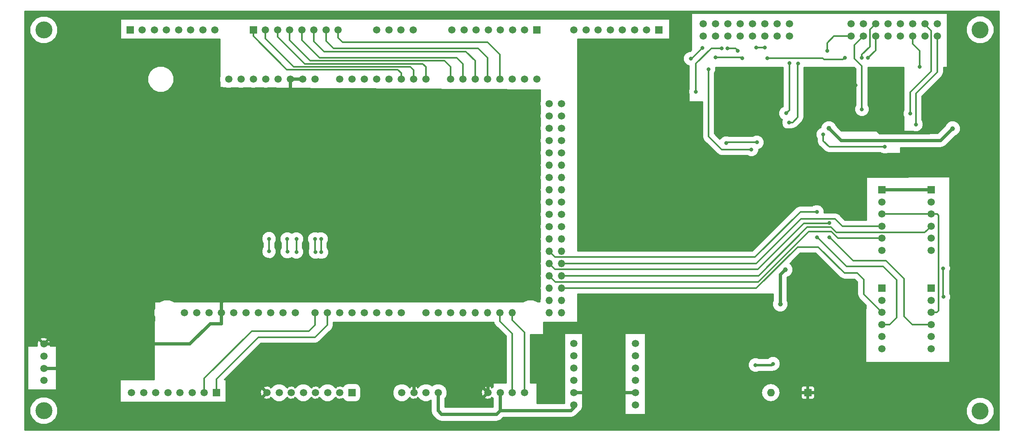
<source format=gbl>
G04 #@! TF.FileFunction,Copper,L2,Bot,Signal*
%FSLAX46Y46*%
G04 Gerber Fmt 4.6, Leading zero omitted, Abs format (unit mm)*
G04 Created by KiCad (PCBNEW 4.0.7) date 01/22/18 23:51:58*
%MOMM*%
%LPD*%
G01*
G04 APERTURE LIST*
%ADD10C,0.100000*%
%ADD11R,1.500000X1.500000*%
%ADD12C,1.500000*%
%ADD13O,1.500000X1.500000*%
%ADD14R,1.600000X1.600000*%
%ADD15O,1.600000X1.600000*%
%ADD16C,3.500000*%
%ADD17C,0.800000*%
%ADD18C,1.000000*%
%ADD19C,0.300000*%
%ADD20C,0.500000*%
%ADD21C,0.700000*%
G04 APERTURE END LIST*
D10*
D11*
X156210000Y-49530000D03*
D12*
X153710000Y-49530000D03*
X151210000Y-49530000D03*
X148710000Y-49530000D03*
X146210000Y-49530000D03*
X143710000Y-49530000D03*
X141210000Y-49530000D03*
X138710000Y-49530000D03*
D11*
X181370000Y-49530000D03*
D12*
X178870000Y-49530000D03*
X176370000Y-49530000D03*
X173870000Y-49530000D03*
X171370000Y-49530000D03*
X168870000Y-49530000D03*
X166370000Y-49530000D03*
X163870000Y-49530000D03*
X54610000Y-121920000D03*
X54610000Y-119420000D03*
X54610000Y-116920000D03*
X54610000Y-114420000D03*
D11*
X118110000Y-124460000D03*
D12*
X115610000Y-124460000D03*
X113110000Y-124460000D03*
X110610000Y-124460000D03*
X108110000Y-124460000D03*
X105610000Y-124460000D03*
X103110000Y-124460000D03*
X100610000Y-124460000D03*
D11*
X90170000Y-124460000D03*
D12*
X87670000Y-124460000D03*
X85170000Y-124460000D03*
X82670000Y-124460000D03*
X80170000Y-124460000D03*
X77670000Y-124460000D03*
X75170000Y-124460000D03*
X72670000Y-124460000D03*
X123230000Y-49530000D03*
X125730000Y-49530000D03*
X128230000Y-49530000D03*
X130730000Y-49530000D03*
D11*
X97790000Y-49530000D03*
D12*
X100290000Y-49530000D03*
X102790000Y-49530000D03*
X105290000Y-49530000D03*
X107790000Y-49530000D03*
X110290000Y-49530000D03*
X112790000Y-49530000D03*
X115290000Y-49530000D03*
D11*
X72390000Y-49530000D03*
D12*
X74890000Y-49530000D03*
X77390000Y-49530000D03*
X79890000Y-49530000D03*
X82390000Y-49530000D03*
X84890000Y-49530000D03*
X87390000Y-49530000D03*
X89890000Y-49530000D03*
X153670000Y-124460000D03*
X151170000Y-124460000D03*
X148670000Y-124460000D03*
X146170000Y-124460000D03*
X135890000Y-124460000D03*
X133390000Y-124460000D03*
X130890000Y-124460000D03*
X128390000Y-124460000D03*
D11*
X227330000Y-102870000D03*
D12*
X227330000Y-105370000D03*
X227330000Y-107870000D03*
X227330000Y-110370000D03*
X227330000Y-112870000D03*
X227330000Y-115370000D03*
D11*
X237490000Y-102870000D03*
D12*
X237490000Y-105370000D03*
X237490000Y-107870000D03*
X237490000Y-110370000D03*
X237490000Y-112870000D03*
X237490000Y-115370000D03*
D11*
X227330000Y-82550000D03*
D12*
X227330000Y-85050000D03*
X227330000Y-87550000D03*
X227330000Y-90050000D03*
X227330000Y-92550000D03*
X227330000Y-95050000D03*
D11*
X237490000Y-82550000D03*
D12*
X237490000Y-85050000D03*
X237490000Y-87550000D03*
X237490000Y-90050000D03*
X237490000Y-92550000D03*
X237490000Y-95050000D03*
X238760000Y-48260000D03*
X238760000Y-50800000D03*
X236220000Y-48260000D03*
X236220000Y-50800000D03*
X233680000Y-48260000D03*
X233680000Y-50800000D03*
X231140000Y-48260000D03*
X231140000Y-50800000D03*
X228600000Y-48260000D03*
X228600000Y-50800000D03*
X226060000Y-48260000D03*
X226060000Y-50800000D03*
X223520000Y-48260000D03*
X223520000Y-50800000D03*
X220980000Y-48260000D03*
X220980000Y-50800000D03*
X208280000Y-48260000D03*
X208280000Y-50800000D03*
X205740000Y-48260000D03*
X205740000Y-50800000D03*
X203200000Y-48260000D03*
X203200000Y-50800000D03*
X200660000Y-48260000D03*
X200660000Y-50800000D03*
X198120000Y-48260000D03*
X198120000Y-50800000D03*
X195580000Y-48260000D03*
X195580000Y-50800000D03*
X193040000Y-48260000D03*
X193040000Y-50800000D03*
X190500000Y-48260000D03*
X190500000Y-50800000D03*
X115570000Y-59690000D03*
X110490000Y-59690000D03*
X107950000Y-59690000D03*
X105410000Y-59690000D03*
X102870000Y-59690000D03*
X100330000Y-59690000D03*
X97790000Y-59690000D03*
X95250000Y-59690000D03*
D13*
X151130000Y-107950000D03*
D12*
X148590000Y-107950000D03*
D13*
X146050000Y-107950000D03*
X143510000Y-107950000D03*
X140970000Y-107950000D03*
D12*
X138430000Y-107950000D03*
X135890000Y-107950000D03*
X133350000Y-107950000D03*
X128270000Y-107950000D03*
X125730000Y-107950000D03*
X123190000Y-107950000D03*
X120650000Y-107950000D03*
X118110000Y-107950000D03*
X115570000Y-107950000D03*
X113030000Y-107950000D03*
X110490000Y-107950000D03*
X91186000Y-107950000D03*
X106426000Y-107950000D03*
X103886000Y-107950000D03*
X101346000Y-107950000D03*
X83566000Y-107950000D03*
X86106000Y-107950000D03*
X88646000Y-107950000D03*
X93726000Y-107950000D03*
X96266000Y-107950000D03*
X98806000Y-107950000D03*
X92710000Y-59690000D03*
X118110000Y-59690000D03*
X120650000Y-59690000D03*
X123190000Y-59690000D03*
X125730000Y-59690000D03*
X128270000Y-59690000D03*
X130810000Y-59690000D03*
X133350000Y-59690000D03*
X138430000Y-59690000D03*
X140970000Y-59690000D03*
X143510000Y-59690000D03*
X146050000Y-59690000D03*
X148590000Y-59690000D03*
X151130000Y-59690000D03*
X153670000Y-59690000D03*
X156210000Y-59690000D03*
D13*
X158750000Y-107950000D03*
X161290000Y-107950000D03*
X158750000Y-105410000D03*
X161290000Y-105410000D03*
X158750000Y-102870000D03*
X161290000Y-102870000D03*
X158750000Y-100330000D03*
X161290000Y-100330000D03*
X158750000Y-97790000D03*
X161290000Y-97790000D03*
X158750000Y-95250000D03*
X161290000Y-95250000D03*
X158750000Y-92710000D03*
X161290000Y-92710000D03*
D12*
X158750000Y-90170000D03*
X161290000Y-90170000D03*
X158750000Y-87630000D03*
X161290000Y-87630000D03*
X158750000Y-85090000D03*
X161290000Y-85090000D03*
D13*
X158750000Y-82550000D03*
X161290000Y-82550000D03*
D12*
X158750000Y-80010000D03*
D13*
X161290000Y-80010000D03*
X158750000Y-77470000D03*
X161290000Y-77470000D03*
D12*
X158750000Y-74930000D03*
X161290000Y-74930000D03*
X158750000Y-72390000D03*
X161290000Y-72390000D03*
X158750000Y-69850000D03*
X161290000Y-69850000D03*
X158750000Y-67310000D03*
X161290000Y-67310000D03*
X158750000Y-64770000D03*
X161290000Y-64770000D03*
D14*
X212090000Y-124460000D03*
D15*
X204470000Y-124460000D03*
D12*
X163830000Y-127000000D03*
X163830000Y-124460000D03*
X163830000Y-121920000D03*
X163830000Y-119380000D03*
X163830000Y-116840000D03*
X163830000Y-114300000D03*
X176530000Y-127000000D03*
X176530000Y-124460000D03*
X176530000Y-121920000D03*
X176530000Y-119380000D03*
X176530000Y-116840000D03*
X176530000Y-114300000D03*
D16*
X54602856Y-128188224D03*
X54610000Y-49530000D03*
X247632427Y-128266279D03*
X247617032Y-49489805D03*
D17*
X240048107Y-104656016D03*
X239990305Y-98785770D03*
X216561212Y-92334368D03*
X216540602Y-89424226D03*
X213952082Y-87110645D03*
X214022056Y-92323643D03*
X210050000Y-56450000D03*
X208210000Y-68630000D03*
X208270000Y-56370000D03*
X207610000Y-66750000D03*
X203265955Y-53167975D03*
X201451876Y-53174023D03*
X194301697Y-53316309D03*
X189030205Y-62287016D03*
X197673498Y-53814692D03*
X195548841Y-53345322D03*
X198532973Y-55333310D03*
X193081119Y-55177387D03*
X187958384Y-55460343D03*
X190371449Y-53243950D03*
X234396592Y-69055908D03*
X233236458Y-66819903D03*
X235177628Y-57132875D03*
X223236723Y-55288042D03*
X224484038Y-55304678D03*
X223234644Y-65920417D03*
X216059580Y-53815421D03*
X101030130Y-92663417D03*
X101030130Y-95260319D03*
X106691845Y-95377297D03*
X106680000Y-92710000D03*
X111815463Y-95424088D03*
X111760000Y-92710000D03*
X191624658Y-57614363D03*
X200466058Y-74213457D03*
X195260175Y-72896356D03*
X201578226Y-72764308D03*
X227965000Y-73660000D03*
X215265000Y-71120000D03*
X104820204Y-95330506D03*
X104775000Y-92710000D03*
X110598896Y-95400692D03*
X110480000Y-92710000D03*
X201295000Y-118745000D03*
X204922544Y-118490166D03*
X203775275Y-55329162D03*
X219710000Y-55245000D03*
D18*
X207422350Y-99058617D03*
X241940721Y-69905972D03*
X206413568Y-106183574D03*
X216408000Y-69850000D03*
D17*
X160030000Y-125850000D03*
X160030000Y-123850000D03*
X160030000Y-121350000D03*
X58438974Y-130852766D03*
X51579241Y-124426549D03*
X51477238Y-126466618D03*
X248158558Y-116118100D03*
X248158558Y-121158830D03*
X243805200Y-123793758D03*
X235728574Y-128949050D03*
X240832275Y-128835889D03*
X244094000Y-76200000D03*
X244094000Y-74168000D03*
X244094000Y-72136000D03*
X244094000Y-69850000D03*
X244094000Y-66294000D03*
X244094000Y-63754000D03*
X244094000Y-61214000D03*
X184658000Y-48514000D03*
X239522000Y-76200000D03*
X235458000Y-76200000D03*
X231140000Y-76200000D03*
X226822000Y-76200000D03*
X242824000Y-48006000D03*
X242824000Y-51054000D03*
X242824000Y-54864000D03*
X242824000Y-58674000D03*
X237236000Y-70104000D03*
X238760000Y-68580000D03*
X196838500Y-67069354D03*
X214722981Y-67179544D03*
X216662000Y-67183000D03*
X221966310Y-87618545D03*
X218530000Y-76100000D03*
X222030000Y-76350000D03*
X222030000Y-80100000D03*
X222030000Y-83850000D03*
X120700000Y-126927436D03*
X123470000Y-126927436D03*
X126650000Y-126927436D03*
X129380000Y-126927436D03*
X128144229Y-102317528D03*
X134090000Y-120600000D03*
X134010000Y-117060000D03*
X133970000Y-113960000D03*
X133970000Y-110810000D03*
X137830000Y-110770000D03*
X146071051Y-118315550D03*
X141130000Y-110700000D03*
X141340000Y-112980000D03*
X142220000Y-114700000D03*
X143900000Y-116240000D03*
X213360000Y-97790000D03*
X210820000Y-97790000D03*
X95250000Y-124460000D03*
X97790000Y-124460000D03*
X214644114Y-121254436D03*
X214630000Y-118902185D03*
X214630000Y-116840000D03*
X220980000Y-114300000D03*
X220980000Y-111760000D03*
X220980000Y-109220000D03*
X220980000Y-106680000D03*
X220980000Y-104140000D03*
X224968898Y-70087138D03*
X214870000Y-75530000D03*
X210740000Y-75640000D03*
X206960000Y-75710000D03*
X203930000Y-75730000D03*
X201420000Y-78210000D03*
X199090000Y-80690000D03*
X196150000Y-83330000D03*
X193160000Y-86280000D03*
X190720000Y-88630000D03*
X188030000Y-91070000D03*
X185320000Y-93680000D03*
X156210000Y-121285000D03*
X149225000Y-121285000D03*
X149225000Y-118745000D03*
X60839520Y-54553177D03*
X53853361Y-56013560D03*
X53925003Y-59859251D03*
X62256613Y-47578311D03*
X65493752Y-47479467D03*
X196463438Y-61005719D03*
X221930206Y-60948382D03*
X173355000Y-93345000D03*
X175260000Y-91440000D03*
X177165000Y-89535000D03*
X179070000Y-87630000D03*
X182245000Y-84455000D03*
X184785000Y-81915000D03*
X184785000Y-78105000D03*
X184785000Y-74295000D03*
X184785000Y-69850000D03*
X184785000Y-66675000D03*
X184785000Y-62865000D03*
X184785000Y-59690000D03*
X184785000Y-55880000D03*
X184785000Y-52070000D03*
X60325000Y-130810000D03*
X160020000Y-118745000D03*
X158115000Y-118745000D03*
X156210000Y-118745000D03*
X239522000Y-67056000D03*
X98425000Y-95250000D03*
D19*
X161290000Y-102870000D02*
X201475810Y-102870000D01*
X214232982Y-94358918D02*
X219626511Y-99752447D01*
X201475810Y-102870000D02*
X209986892Y-94358918D01*
X223614557Y-101059027D02*
X223614557Y-104154557D01*
X222307977Y-99752447D02*
X223614557Y-101059027D01*
X226580001Y-107120001D02*
X227330000Y-107870000D01*
X223614557Y-104154557D02*
X226580001Y-107120001D01*
X209986892Y-94358918D02*
X214232982Y-94358918D01*
X219626511Y-99752447D02*
X222307977Y-99752447D01*
X237490000Y-107870000D02*
X238727436Y-107870000D01*
X238727436Y-107870000D02*
X239051448Y-107545988D01*
X239051448Y-107545988D02*
X239051448Y-87851765D01*
X239051448Y-87851765D02*
X238749683Y-87550000D01*
X238749683Y-87550000D02*
X237490000Y-87550000D01*
X237490000Y-87550000D02*
X227330000Y-87550000D01*
X236740001Y-90799999D02*
X237490000Y-90050000D01*
X216853400Y-90274237D02*
X217929162Y-91349999D01*
X201930000Y-100330000D02*
X211985763Y-90274237D01*
X211985763Y-90274237D02*
X216853400Y-90274237D01*
X217929162Y-91349999D02*
X236190001Y-91349999D01*
X161290000Y-100330000D02*
X201930000Y-100330000D01*
X236190001Y-91349999D02*
X236740001Y-90799999D01*
X158750000Y-100330000D02*
X160054009Y-101634009D01*
X218280620Y-92550000D02*
X226269340Y-92550000D01*
X216934536Y-91203916D02*
X218280620Y-92550000D01*
X201863258Y-101634009D02*
X212293351Y-91203916D01*
X160054009Y-101634009D02*
X201863258Y-101634009D01*
X212293351Y-91203916D02*
X216934536Y-91203916D01*
X226269340Y-92550000D02*
X227330000Y-92550000D01*
X239990305Y-104598214D02*
X240048107Y-104656016D01*
X239990305Y-98785770D02*
X239990305Y-104598214D01*
X161290000Y-97790000D02*
X201434230Y-97790000D01*
X201434230Y-97790000D02*
X210650005Y-88574225D01*
X210650005Y-88574225D02*
X217701451Y-88574225D01*
X217701451Y-88574225D02*
X219225057Y-90097831D01*
X219225057Y-90097831D02*
X227282169Y-90097831D01*
X227282169Y-90097831D02*
X227330000Y-90050000D01*
X237490000Y-110370000D02*
X233603032Y-110370000D01*
X231931971Y-108698939D02*
X231931971Y-100908429D01*
X233603032Y-110370000D02*
X231931971Y-108698939D01*
X231931971Y-100908429D02*
X228213532Y-97189990D01*
X228213532Y-97189990D02*
X221416834Y-97189990D01*
X221416834Y-97189990D02*
X216961211Y-92734367D01*
X216961211Y-92734367D02*
X216561212Y-92334368D01*
X158750000Y-97790000D02*
X159950001Y-98990001D01*
X159950001Y-98990001D02*
X201755840Y-98990001D01*
X201755840Y-98990001D02*
X211281100Y-89464741D01*
X211281100Y-89464741D02*
X216500087Y-89464741D01*
X216500087Y-89464741D02*
X216540602Y-89424226D01*
X227330000Y-110370000D02*
X228927087Y-110370000D01*
X228927087Y-110370000D02*
X230378000Y-108919087D01*
X230378000Y-108919087D02*
X230378000Y-101174898D01*
X230378000Y-101174898D02*
X227615610Y-98412508D01*
X227615610Y-98412508D02*
X220110921Y-98412508D01*
X220110921Y-98412508D02*
X214422055Y-92723642D01*
X214422055Y-92723642D02*
X214022056Y-92323643D01*
X213386397Y-87110645D02*
X213952082Y-87110645D01*
X210558647Y-87110645D02*
X213386397Y-87110645D01*
X201219291Y-96450001D02*
X210558647Y-87110645D01*
X159950001Y-96450001D02*
X201219291Y-96450001D01*
X158750000Y-95250000D02*
X159950001Y-96450001D01*
X153670000Y-124460000D02*
X153670000Y-112033981D01*
X153670000Y-112033981D02*
X151130000Y-109493981D01*
X151130000Y-109493981D02*
X151130000Y-107950000D01*
X151170000Y-124460000D02*
X151170000Y-112271947D01*
X151170000Y-112271947D02*
X148590000Y-109691947D01*
X148590000Y-109691947D02*
X148590000Y-107950000D01*
X104705020Y-57715020D02*
X97790000Y-50800000D01*
X97790000Y-50800000D02*
X97790000Y-49530000D01*
X128270000Y-58420000D02*
X127565020Y-57715020D01*
X127565020Y-57715020D02*
X104705020Y-57715020D01*
X128270000Y-59690000D02*
X128270000Y-58420000D01*
X130810000Y-59690000D02*
X130810000Y-57785000D01*
X130810000Y-57785000D02*
X130140010Y-57115010D01*
X130140010Y-57115010D02*
X106079990Y-57115010D01*
X106079990Y-57115010D02*
X100290000Y-51325020D01*
X100290000Y-51325020D02*
X100290000Y-49530000D01*
X133350000Y-59690000D02*
X133350000Y-57150000D01*
X108371458Y-56515000D02*
X102790000Y-50933542D01*
X133350000Y-57150000D02*
X132715000Y-56515000D01*
X132715000Y-56515000D02*
X108371458Y-56515000D01*
X102790000Y-50933542D02*
X102790000Y-50767436D01*
X102790000Y-50767436D02*
X102790000Y-49530000D01*
X138430000Y-59690000D02*
X138430000Y-57150000D01*
X138430000Y-57150000D02*
X137160000Y-55880000D01*
X137160000Y-55880000D02*
X109488338Y-55880000D01*
X109488338Y-55880000D02*
X105290000Y-51681662D01*
X105290000Y-51681662D02*
X105290000Y-49530000D01*
X140970000Y-59690000D02*
X140970000Y-56515000D01*
X111415001Y-55245000D02*
X107790000Y-51619999D01*
X140970000Y-56515000D02*
X139700000Y-55245000D01*
X139700000Y-55245000D02*
X111415001Y-55245000D01*
X107790000Y-51619999D02*
X107790000Y-49530000D01*
X143510000Y-59690000D02*
X143510000Y-55880000D01*
X143510000Y-55880000D02*
X141605000Y-53975000D01*
X141605000Y-53975000D02*
X112395000Y-53975000D01*
X112395000Y-53975000D02*
X110290000Y-51870000D01*
X110290000Y-51870000D02*
X110290000Y-49530000D01*
X114300000Y-53340000D02*
X112790000Y-51830000D01*
X112790000Y-51830000D02*
X112790000Y-49530000D01*
X144145000Y-53340000D02*
X114300000Y-53340000D01*
X146050000Y-55245000D02*
X144145000Y-53340000D01*
X146050000Y-59690000D02*
X146050000Y-55245000D01*
X148590000Y-59690000D02*
X148590000Y-54610000D01*
X148590000Y-54610000D02*
X146050000Y-52070000D01*
X146050000Y-52070000D02*
X116205000Y-52070000D01*
X116205000Y-52070000D02*
X115290000Y-51155000D01*
X115290000Y-51155000D02*
X115290000Y-49530000D01*
X208210000Y-68630000D02*
X208950934Y-68630000D01*
X208950934Y-68630000D02*
X210020000Y-67560934D01*
X210020000Y-67560934D02*
X210020000Y-56480000D01*
X210020000Y-56480000D02*
X210050000Y-56450000D01*
X207610000Y-66750000D02*
X208270000Y-66090000D01*
X208270000Y-66090000D02*
X208270000Y-56370000D01*
X203259907Y-53174023D02*
X203265955Y-53167975D01*
X201451876Y-53174023D02*
X203259907Y-53174023D01*
X189030205Y-62287016D02*
X189030205Y-56492296D01*
X189030205Y-56492296D02*
X192206192Y-53316309D01*
X192206192Y-53316309D02*
X194301697Y-53316309D01*
X197273499Y-53414693D02*
X197673498Y-53814692D01*
X197204128Y-53345322D02*
X197273499Y-53414693D01*
X195548841Y-53345322D02*
X197204128Y-53345322D01*
X198377050Y-55177387D02*
X198532973Y-55333310D01*
X193081119Y-55177387D02*
X198377050Y-55177387D01*
X188155056Y-55460343D02*
X187958384Y-55460343D01*
X190371449Y-53243950D02*
X188155056Y-55460343D01*
X238791274Y-50877170D02*
X238810296Y-50896192D01*
X238810296Y-50896192D02*
X238810296Y-58249704D01*
X238810296Y-58249704D02*
X234396592Y-62663408D01*
X234396592Y-62663408D02*
X234396592Y-69055908D01*
X233236458Y-66254218D02*
X233236458Y-66819903D01*
X237542189Y-58117367D02*
X233236458Y-62423098D01*
X237542189Y-49662664D02*
X237542189Y-58117367D01*
X236202206Y-48322681D02*
X237542189Y-49662664D01*
X233236458Y-62423098D02*
X233236458Y-66254218D01*
X233695324Y-50793329D02*
X233695324Y-52401526D01*
X233695324Y-52401526D02*
X235177628Y-53883830D01*
X235177628Y-53883830D02*
X235177628Y-56567190D01*
X235177628Y-56567190D02*
X235177628Y-57132875D01*
X223236723Y-55288042D02*
X223236723Y-54641635D01*
X223236723Y-54641635D02*
X224859999Y-53018359D01*
X224859999Y-53018359D02*
X224859999Y-49460001D01*
X224859999Y-49460001D02*
X226060000Y-48260000D01*
X224484038Y-55304678D02*
X226060000Y-53728716D01*
X226060000Y-53728716D02*
X226060000Y-50800000D01*
X224484038Y-55089899D02*
X224484038Y-55304678D01*
X223234644Y-65920417D02*
X223234644Y-56992240D01*
X223234644Y-56992240D02*
X221690597Y-55448193D01*
X221690597Y-55448193D02*
X221690597Y-52629403D01*
X221690597Y-52629403D02*
X223520000Y-50800000D01*
X220980000Y-50800000D02*
X217462088Y-50800000D01*
X217462088Y-50800000D02*
X216059036Y-52203052D01*
X216059036Y-52203052D02*
X216059036Y-53814877D01*
X216059036Y-53814877D02*
X216059580Y-53815421D01*
X90170000Y-124460000D02*
X90170000Y-121625355D01*
X90170000Y-121625355D02*
X98808919Y-112986436D01*
X98808919Y-112986436D02*
X110533564Y-112986436D01*
X110533564Y-112986436D02*
X113030000Y-110490000D01*
X113030000Y-110490000D02*
X113030000Y-107950000D01*
X101030130Y-95260319D02*
X101030130Y-92663417D01*
X106680000Y-95365452D02*
X106691845Y-95377297D01*
X106680000Y-92710000D02*
X106680000Y-95365452D01*
X111760000Y-95368625D02*
X111815463Y-95424088D01*
X111760000Y-92710000D02*
X111760000Y-95368625D01*
X200466058Y-74213457D02*
X194321715Y-74213457D01*
X191624658Y-58180048D02*
X191624658Y-57614363D01*
X194321715Y-74213457D02*
X191624658Y-71516400D01*
X191624658Y-71516400D02*
X191624658Y-58180048D01*
X195392223Y-72764308D02*
X195260175Y-72896356D01*
X201578226Y-72764308D02*
X195392223Y-72764308D01*
X215265000Y-71120000D02*
X215265000Y-72439385D01*
X215265000Y-72439385D02*
X216485615Y-73660000D01*
X216485615Y-73660000D02*
X227965000Y-73660000D01*
X87670000Y-124460000D02*
X87670000Y-121532355D01*
X87670000Y-121532355D02*
X97442355Y-111760000D01*
X97442355Y-111760000D02*
X109220000Y-111760000D01*
X109220000Y-111760000D02*
X110490000Y-110490000D01*
X110490000Y-110490000D02*
X110490000Y-107950000D01*
X104775000Y-95285302D02*
X104820204Y-95330506D01*
X104775000Y-92710000D02*
X104775000Y-95285302D01*
X110480000Y-95281796D02*
X110598896Y-95400692D01*
X110480000Y-92710000D02*
X110480000Y-95281796D01*
D20*
X204667710Y-118745000D02*
X204922544Y-118490166D01*
X201295000Y-118745000D02*
X204667710Y-118745000D01*
D19*
X215132645Y-55329162D02*
X204340960Y-55329162D01*
X219710000Y-55245000D02*
X219310001Y-55644999D01*
X219310001Y-55644999D02*
X215448482Y-55644999D01*
X204340960Y-55329162D02*
X203775275Y-55329162D01*
X215448482Y-55644999D02*
X215132645Y-55329162D01*
D21*
X206922351Y-99558616D02*
X207422350Y-99058617D01*
X206413568Y-100067399D02*
X206922351Y-99558616D01*
X206413568Y-106183574D02*
X206413568Y-100067399D01*
X241440722Y-70405971D02*
X241940721Y-69905972D01*
X216408000Y-69850000D02*
X218947427Y-72389427D01*
X218947427Y-72389427D02*
X239457266Y-72389427D01*
X239457266Y-72389427D02*
X241440722Y-70405971D01*
X227330000Y-82550000D02*
X228580000Y-82550000D01*
X228580000Y-82550000D02*
X237490000Y-82550000D01*
X163830000Y-127000000D02*
X163830000Y-127553468D01*
X163830000Y-127553468D02*
X163237049Y-128146419D01*
X163237049Y-128146419D02*
X148713581Y-128146419D01*
X148713581Y-128146419D02*
X147955000Y-128905000D01*
X147955000Y-128905000D02*
X147910822Y-128949178D01*
X147910822Y-128949178D02*
X136618120Y-128949178D01*
X136618120Y-128949178D02*
X135890000Y-128221058D01*
X135890000Y-128221058D02*
X135890000Y-124460000D01*
X148670000Y-128190000D02*
X147955000Y-128905000D01*
X148670000Y-124460000D02*
X148670000Y-128190000D01*
D20*
X160030000Y-121350000D02*
X160030000Y-123850000D01*
D21*
X146170000Y-124460000D02*
X146170000Y-121138376D01*
X146170000Y-121138376D02*
X144411624Y-119380000D01*
X130906341Y-124443659D02*
X130890000Y-124460000D01*
X144411624Y-119380000D02*
X131273031Y-119380000D01*
X131273031Y-119380000D02*
X130906341Y-119746690D01*
X130906341Y-119746690D02*
X130906341Y-124443659D01*
D20*
X51477238Y-126466618D02*
X51477238Y-130317248D01*
X57159265Y-131566790D02*
X57873289Y-130852766D01*
X51477238Y-130317248D02*
X52726780Y-131566790D01*
X52726780Y-131566790D02*
X57159265Y-131566790D01*
X57873289Y-130852766D02*
X58438974Y-130852766D01*
D21*
X51477238Y-124528552D02*
X51579241Y-124426549D01*
X51477238Y-126466618D02*
X51477238Y-124528552D01*
X247592873Y-121158830D02*
X248158558Y-121158830D01*
X246440128Y-121158830D02*
X247592873Y-121158830D01*
X243805200Y-123793758D02*
X246440128Y-121158830D01*
X235841735Y-128835889D02*
X235728574Y-128949050D01*
X240832275Y-128835889D02*
X235841735Y-128835889D01*
D20*
X244094000Y-72136000D02*
X244094000Y-74168000D01*
X244094000Y-66294000D02*
X244094000Y-69850000D01*
X244094000Y-61214000D02*
X244094000Y-63754000D01*
X184785000Y-52070000D02*
X184785000Y-48641000D01*
X184785000Y-48641000D02*
X184658000Y-48514000D01*
X231140000Y-76200000D02*
X235458000Y-76200000D01*
X222030000Y-76350000D02*
X226672000Y-76350000D01*
X226672000Y-76350000D02*
X226822000Y-76200000D01*
X242824000Y-54864000D02*
X242824000Y-51054000D01*
X239522000Y-61976000D02*
X242824000Y-58674000D01*
X239522000Y-67056000D02*
X239522000Y-61976000D01*
X239522000Y-67056000D02*
X239522000Y-67818000D01*
X239522000Y-67818000D02*
X238760000Y-68580000D01*
D21*
X196463438Y-66694292D02*
X196838500Y-67069354D01*
X197238499Y-67469353D02*
X196838500Y-67069354D01*
X199932847Y-70163701D02*
X197238499Y-67469353D01*
X211738824Y-70163701D02*
X199932847Y-70163701D01*
X214722981Y-67179544D02*
X211738824Y-70163701D01*
X196463438Y-61005719D02*
X196463438Y-66694292D01*
X214726437Y-67183000D02*
X214722981Y-67179544D01*
X216662000Y-67183000D02*
X214726437Y-67183000D01*
X216662000Y-67183000D02*
X217170000Y-67183000D01*
X217170000Y-67183000D02*
X217170000Y-63030752D01*
X217170000Y-63030752D02*
X219252370Y-60948382D01*
X219252370Y-60948382D02*
X221632302Y-60948382D01*
X221632302Y-60948382D02*
X221930206Y-60948382D01*
D20*
X225203412Y-69075720D02*
X225203412Y-68884466D01*
D21*
X225203412Y-68884466D02*
X224336473Y-68017527D01*
X55880000Y-114420000D02*
X84716000Y-114420000D01*
X84716000Y-114420000D02*
X88942387Y-110193613D01*
X88942387Y-110193613D02*
X91179271Y-110193613D01*
X91179271Y-110193613D02*
X91179271Y-107956729D01*
X91179271Y-107956729D02*
X91186000Y-107950000D01*
X221566311Y-87218546D02*
X221966310Y-87618545D01*
X214870000Y-80522235D02*
X221566311Y-87218546D01*
X214870000Y-75530000D02*
X214870000Y-80522235D01*
X222030000Y-76350000D02*
X218780000Y-76350000D01*
X218780000Y-76350000D02*
X218530000Y-76100000D01*
X222030000Y-83850000D02*
X222030000Y-80100000D01*
X127744230Y-102717527D02*
X128144229Y-102317528D01*
X125686757Y-104775000D02*
X127744230Y-102717527D01*
X99060000Y-104775000D02*
X125686757Y-104775000D01*
X133970000Y-113960000D02*
X133970000Y-117020000D01*
X133970000Y-117020000D02*
X134010000Y-117060000D01*
X137830000Y-110770000D02*
X134010000Y-110770000D01*
X134010000Y-110770000D02*
X133970000Y-110810000D01*
X145975550Y-118315550D02*
X146071051Y-118315550D01*
X143900000Y-116240000D02*
X145975550Y-118315550D01*
X142220000Y-114700000D02*
X142220000Y-113860000D01*
X142220000Y-113860000D02*
X141340000Y-112980000D01*
X210820000Y-97790000D02*
X213360000Y-97790000D01*
X97790000Y-124460000D02*
X95250000Y-124460000D01*
X214630000Y-116840000D02*
X214630000Y-118902185D01*
X220980000Y-109220000D02*
X220980000Y-111760000D01*
X220980000Y-104140000D02*
X220980000Y-106680000D01*
X225203412Y-69075720D02*
X226937357Y-70809665D01*
X226937357Y-70809665D02*
X237134640Y-70809665D01*
X237134640Y-70809665D02*
X239522000Y-68422305D01*
X239522000Y-68422305D02*
X239522000Y-67056000D01*
X224968898Y-69521453D02*
X224968898Y-70087138D01*
X224968898Y-68909102D02*
X224968898Y-69521453D01*
X217170000Y-67183000D02*
X218004527Y-68017527D01*
X218004527Y-68017527D02*
X224336473Y-68017527D01*
X206960000Y-75710000D02*
X210670000Y-75710000D01*
X210670000Y-75710000D02*
X210740000Y-75640000D01*
X201420000Y-78210000D02*
X201450000Y-78210000D01*
X201450000Y-78210000D02*
X203930000Y-75730000D01*
X196150000Y-83330000D02*
X196450000Y-83330000D01*
X196450000Y-83330000D02*
X199090000Y-80690000D01*
X190720000Y-88630000D02*
X190810000Y-88630000D01*
X190810000Y-88630000D02*
X193160000Y-86280000D01*
X185320000Y-93680000D02*
X185420000Y-93680000D01*
X185420000Y-93680000D02*
X188030000Y-91070000D01*
X149225000Y-118745000D02*
X149225000Y-121285000D01*
X54610000Y-119420000D02*
X57386001Y-119420000D01*
X57386001Y-119420000D02*
X57877499Y-118928502D01*
X57877499Y-118928502D02*
X57877499Y-114531782D01*
X57877499Y-114531782D02*
X57765717Y-114420000D01*
X57765717Y-114420000D02*
X55880000Y-114420000D01*
X54610000Y-119420000D02*
X58460000Y-119420000D01*
X58460000Y-119420000D02*
X64770000Y-125730000D01*
X64770000Y-125730000D02*
X64770000Y-126365000D01*
X64770000Y-126365000D02*
X60325000Y-130810000D01*
X60439521Y-54953176D02*
X60839520Y-54553177D01*
X59379137Y-56013560D02*
X60439521Y-54953176D01*
X53853361Y-56013560D02*
X59379137Y-56013560D01*
X62355457Y-47479467D02*
X62256613Y-47578311D01*
X65493752Y-47479467D02*
X62355457Y-47479467D01*
X105410000Y-59690000D02*
X105410000Y-66915554D01*
X107950000Y-59690000D02*
X105410000Y-59690000D01*
X175260000Y-91440000D02*
X173355000Y-93345000D01*
X179070000Y-87630000D02*
X177165000Y-89535000D01*
X184785000Y-81915000D02*
X182245000Y-84455000D01*
X184785000Y-74295000D02*
X184785000Y-78105000D01*
X184785000Y-66675000D02*
X184785000Y-69850000D01*
X184785000Y-59690000D02*
X184785000Y-62865000D01*
X156210000Y-118745000D02*
X158115000Y-118745000D01*
X92583000Y-104775000D02*
X97790000Y-104775000D01*
X92267781Y-104775000D02*
X92583000Y-104775000D01*
X91186000Y-81139554D02*
X91186000Y-103759000D01*
X91186000Y-103759000D02*
X91186000Y-104140000D01*
X92583000Y-104775000D02*
X92202000Y-104775000D01*
X92202000Y-104775000D02*
X91186000Y-103759000D01*
X92267781Y-104775000D02*
X91821000Y-104775000D01*
X91821000Y-104775000D02*
X91186000Y-104140000D01*
X176530000Y-124460000D02*
X163830000Y-124460000D01*
X97790000Y-104775000D02*
X98425000Y-104775000D01*
X98425000Y-104775000D02*
X99060000Y-104775000D01*
X98425000Y-104140000D02*
X98425000Y-104775000D01*
X98425000Y-104140000D02*
X99060000Y-104775000D01*
X98425000Y-104140000D02*
X97790000Y-104775000D01*
X98425000Y-95250000D02*
X98425000Y-104140000D01*
X91632781Y-105410000D02*
X92267781Y-104775000D01*
X91186000Y-105856781D02*
X91632781Y-105410000D01*
X91632781Y-105410000D02*
X91632781Y-104967781D01*
X91186000Y-104140000D02*
X91186000Y-104775000D01*
X91186000Y-104775000D02*
X91186000Y-107950000D01*
X92267781Y-104775000D02*
X91186000Y-104775000D01*
X91186000Y-107950000D02*
X91186000Y-105856781D01*
X105410000Y-66915554D02*
X91186000Y-81139554D01*
X54610000Y-114420000D02*
X55880000Y-114420000D01*
D19*
G36*
X251505000Y-132125000D02*
X50755000Y-132125000D01*
X50755000Y-128762539D01*
X51702354Y-128762539D01*
X52142922Y-129828796D01*
X52957993Y-130645291D01*
X54023480Y-131087719D01*
X55177171Y-131088726D01*
X56243428Y-130648158D01*
X57059923Y-129833087D01*
X57502351Y-128767600D01*
X57503358Y-127613909D01*
X57062790Y-126547652D01*
X56247719Y-125731157D01*
X55182232Y-125288729D01*
X54028541Y-125287722D01*
X52962284Y-125728290D01*
X52145789Y-126543361D01*
X51703361Y-127608848D01*
X51702354Y-128762539D01*
X50755000Y-128762539D01*
X50755000Y-114935000D01*
X51285000Y-114935000D01*
X51285000Y-123825000D01*
X51295258Y-123879519D01*
X51327479Y-123929591D01*
X51376642Y-123963182D01*
X51435000Y-123975000D01*
X57150000Y-123975000D01*
X57204519Y-123964742D01*
X57254591Y-123932521D01*
X57288182Y-123883358D01*
X57300000Y-123825000D01*
X57300000Y-121920000D01*
X70335000Y-121920000D01*
X70335000Y-126365000D01*
X70345258Y-126419519D01*
X70377479Y-126469591D01*
X70426642Y-126503182D01*
X70485000Y-126515000D01*
X92075000Y-126515000D01*
X92129519Y-126504742D01*
X92179591Y-126472521D01*
X92213182Y-126423358D01*
X92225000Y-126365000D01*
X92225000Y-124274474D01*
X99194680Y-124274474D01*
X99231417Y-124830216D01*
X99373412Y-125173023D01*
X99615806Y-125242062D01*
X100397868Y-124460000D01*
X99615806Y-123677938D01*
X99373412Y-123746977D01*
X99194680Y-124274474D01*
X92225000Y-124274474D01*
X92225000Y-123465806D01*
X99827938Y-123465806D01*
X100610000Y-124247868D01*
X100624143Y-124233726D01*
X100836275Y-124445858D01*
X100822132Y-124460000D01*
X100836275Y-124474143D01*
X100624143Y-124686275D01*
X100610000Y-124672132D01*
X99827938Y-125454194D01*
X99896977Y-125696588D01*
X100424474Y-125875320D01*
X100980216Y-125838583D01*
X101323023Y-125696588D01*
X101392061Y-125454196D01*
X101511198Y-125573333D01*
X101523974Y-125560557D01*
X102032331Y-126069802D01*
X102730409Y-126359669D01*
X103486275Y-126360329D01*
X104184857Y-126071681D01*
X104696450Y-125560981D01*
X104708802Y-125573333D01*
X104827939Y-125454196D01*
X104896977Y-125696588D01*
X105424474Y-125875320D01*
X105980216Y-125838583D01*
X106323023Y-125696588D01*
X106392061Y-125454196D01*
X106511198Y-125573333D01*
X106523974Y-125560557D01*
X107032331Y-126069802D01*
X107730409Y-126359669D01*
X108486275Y-126360329D01*
X109184857Y-126071681D01*
X109696450Y-125560981D01*
X109708802Y-125573333D01*
X109827939Y-125454196D01*
X109896977Y-125696588D01*
X110424474Y-125875320D01*
X110980216Y-125838583D01*
X111323023Y-125696588D01*
X111392061Y-125454196D01*
X111511198Y-125573333D01*
X111523974Y-125560557D01*
X112032331Y-126069802D01*
X112730409Y-126359669D01*
X113486275Y-126360329D01*
X114184857Y-126071681D01*
X114696450Y-125560981D01*
X114708802Y-125573333D01*
X114827939Y-125454196D01*
X114896977Y-125696588D01*
X115424474Y-125875320D01*
X115980216Y-125838583D01*
X116310009Y-125701978D01*
X116519522Y-126027570D01*
X116903821Y-126290150D01*
X117360000Y-126382529D01*
X118860000Y-126382529D01*
X119286164Y-126302341D01*
X119677570Y-126050478D01*
X119940150Y-125666179D01*
X120032529Y-125210000D01*
X120032529Y-123710000D01*
X119952341Y-123283836D01*
X119700478Y-122892430D01*
X119316179Y-122629850D01*
X118860000Y-122537471D01*
X117360000Y-122537471D01*
X116933836Y-122617659D01*
X116542430Y-122869522D01*
X116304838Y-123217250D01*
X115795526Y-123044680D01*
X115239784Y-123081417D01*
X114896977Y-123223412D01*
X114827939Y-123465804D01*
X114708802Y-123346667D01*
X114696026Y-123359443D01*
X114187669Y-122850198D01*
X113489591Y-122560331D01*
X112733725Y-122559671D01*
X112035143Y-122848319D01*
X111523550Y-123359019D01*
X111511198Y-123346667D01*
X111392061Y-123465804D01*
X111323023Y-123223412D01*
X110795526Y-123044680D01*
X110239784Y-123081417D01*
X109896977Y-123223412D01*
X109827939Y-123465804D01*
X109708802Y-123346667D01*
X109696026Y-123359443D01*
X109187669Y-122850198D01*
X108489591Y-122560331D01*
X107733725Y-122559671D01*
X107035143Y-122848319D01*
X106523550Y-123359019D01*
X106511198Y-123346667D01*
X106392061Y-123465804D01*
X106323023Y-123223412D01*
X105795526Y-123044680D01*
X105239784Y-123081417D01*
X104896977Y-123223412D01*
X104827939Y-123465804D01*
X104708802Y-123346667D01*
X104696026Y-123359443D01*
X104187669Y-122850198D01*
X103489591Y-122560331D01*
X102733725Y-122559671D01*
X102035143Y-122848319D01*
X101523550Y-123359019D01*
X101511198Y-123346667D01*
X101392061Y-123465804D01*
X101323023Y-123223412D01*
X100795526Y-123044680D01*
X100239784Y-123081417D01*
X99896977Y-123223412D01*
X99827938Y-123465806D01*
X92225000Y-123465806D01*
X92225000Y-121920000D01*
X92214742Y-121865481D01*
X92182521Y-121815409D01*
X92133358Y-121781818D01*
X92075000Y-121770000D01*
X91863833Y-121770000D01*
X99347397Y-114286436D01*
X110533564Y-114286436D01*
X111031053Y-114187479D01*
X111452803Y-113905675D01*
X113949239Y-111409239D01*
X114231043Y-110987488D01*
X114330001Y-110490000D01*
X114330000Y-110489995D01*
X114330000Y-109975043D01*
X147341858Y-109952656D01*
X147388957Y-110189436D01*
X147670761Y-110611186D01*
X149870000Y-112810425D01*
X149870000Y-122405000D01*
X147320000Y-122405000D01*
X147265481Y-122415258D01*
X147215409Y-122447479D01*
X147181818Y-122496642D01*
X147170000Y-122555000D01*
X147170000Y-123272721D01*
X147083550Y-123359019D01*
X147071198Y-123346667D01*
X146952061Y-123465804D01*
X146883023Y-123223412D01*
X146355526Y-123044680D01*
X145799784Y-123081417D01*
X145456977Y-123223412D01*
X145387938Y-123465806D01*
X146170000Y-124247868D01*
X146184143Y-124233726D01*
X146396275Y-124445858D01*
X146382132Y-124460000D01*
X146396275Y-124474143D01*
X146184143Y-124686275D01*
X146170000Y-124672132D01*
X145387938Y-125454194D01*
X145456977Y-125696588D01*
X145984474Y-125875320D01*
X146540216Y-125838583D01*
X146883023Y-125696588D01*
X146952061Y-125454196D01*
X147071198Y-125573333D01*
X147083974Y-125560557D01*
X147170000Y-125646733D01*
X147170000Y-127449178D01*
X137390000Y-127449178D01*
X137390000Y-125647279D01*
X137499802Y-125537669D01*
X137789669Y-124839591D01*
X137790162Y-124274474D01*
X144754680Y-124274474D01*
X144791417Y-124830216D01*
X144933412Y-125173023D01*
X145175806Y-125242062D01*
X145957868Y-124460000D01*
X145175806Y-123677938D01*
X144933412Y-123746977D01*
X144754680Y-124274474D01*
X137790162Y-124274474D01*
X137790329Y-124083725D01*
X137501681Y-123385143D01*
X136967669Y-122850198D01*
X136269591Y-122560331D01*
X135513725Y-122559671D01*
X134815143Y-122848319D01*
X134640163Y-123022994D01*
X134467669Y-122850198D01*
X133769591Y-122560331D01*
X133013725Y-122559671D01*
X132315143Y-122848319D01*
X131803550Y-123359019D01*
X131791198Y-123346667D01*
X131672061Y-123465804D01*
X131603023Y-123223412D01*
X131075526Y-123044680D01*
X130519784Y-123081417D01*
X130176977Y-123223412D01*
X130107939Y-123465804D01*
X129988802Y-123346667D01*
X129976026Y-123359443D01*
X129467669Y-122850198D01*
X128769591Y-122560331D01*
X128013725Y-122559671D01*
X127315143Y-122848319D01*
X126780198Y-123382331D01*
X126490331Y-124080409D01*
X126489671Y-124836275D01*
X126778319Y-125534857D01*
X127312331Y-126069802D01*
X128010409Y-126359669D01*
X128766275Y-126360329D01*
X129464857Y-126071681D01*
X129976450Y-125560981D01*
X129988802Y-125573333D01*
X130107939Y-125454196D01*
X130176977Y-125696588D01*
X130704474Y-125875320D01*
X131260216Y-125838583D01*
X131603023Y-125696588D01*
X131672061Y-125454196D01*
X131791198Y-125573333D01*
X131803974Y-125560557D01*
X132312331Y-126069802D01*
X133010409Y-126359669D01*
X133766275Y-126360329D01*
X134390000Y-126102611D01*
X134390000Y-128221058D01*
X134504181Y-128795083D01*
X134829340Y-129281718D01*
X135557460Y-130009838D01*
X136044095Y-130334997D01*
X136618120Y-130449178D01*
X147910822Y-130449178D01*
X148484847Y-130334997D01*
X148971482Y-130009838D01*
X149334901Y-129646419D01*
X163237049Y-129646419D01*
X163811074Y-129532238D01*
X164297709Y-129207079D01*
X164884833Y-128619955D01*
X164904857Y-128611681D01*
X165439802Y-128077669D01*
X165729669Y-127379591D01*
X165730329Y-126623725D01*
X165680000Y-126501919D01*
X165680000Y-122419207D01*
X165729669Y-122299591D01*
X165730329Y-121543725D01*
X165680000Y-121421919D01*
X165680000Y-119879207D01*
X165729669Y-119759591D01*
X165730329Y-119003725D01*
X165680000Y-118881919D01*
X165680000Y-117339207D01*
X165729669Y-117219591D01*
X165730329Y-116463725D01*
X165680000Y-116341919D01*
X165680000Y-114799207D01*
X165729669Y-114679591D01*
X165730329Y-113923725D01*
X165680000Y-113801919D01*
X165680000Y-112350000D01*
X174380000Y-112350000D01*
X174380000Y-128850000D01*
X174390258Y-128904519D01*
X174422479Y-128954591D01*
X174471642Y-128988182D01*
X174530000Y-129000000D01*
X178530000Y-129000000D01*
X178584519Y-128989742D01*
X178634591Y-128957521D01*
X178668182Y-128908358D01*
X178680000Y-128850000D01*
X178680000Y-128840594D01*
X244731925Y-128840594D01*
X245172493Y-129906851D01*
X245987564Y-130723346D01*
X247053051Y-131165774D01*
X248206742Y-131166781D01*
X249272999Y-130726213D01*
X250089494Y-129911142D01*
X250531922Y-128845655D01*
X250532929Y-127691964D01*
X250092361Y-126625707D01*
X249277290Y-125809212D01*
X248211803Y-125366784D01*
X247058112Y-125365777D01*
X245991855Y-125806345D01*
X245175360Y-126621416D01*
X244732932Y-127686903D01*
X244731925Y-128840594D01*
X178680000Y-128840594D01*
X178680000Y-124460000D01*
X202481797Y-124460000D01*
X202630232Y-125206233D01*
X203052939Y-125838858D01*
X203685564Y-126261565D01*
X204431797Y-126410000D01*
X204508203Y-126410000D01*
X205254436Y-126261565D01*
X205887061Y-125838858D01*
X206309768Y-125206233D01*
X206396042Y-124772500D01*
X210640000Y-124772500D01*
X210640000Y-125389293D01*
X210738957Y-125628195D01*
X210921805Y-125811043D01*
X211160707Y-125910000D01*
X211777500Y-125910000D01*
X211940000Y-125747500D01*
X211940000Y-124610000D01*
X212240000Y-124610000D01*
X212240000Y-125747500D01*
X212402500Y-125910000D01*
X213019293Y-125910000D01*
X213258195Y-125811043D01*
X213441043Y-125628195D01*
X213540000Y-125389293D01*
X213540000Y-124772500D01*
X213377500Y-124610000D01*
X212240000Y-124610000D01*
X211940000Y-124610000D01*
X210802500Y-124610000D01*
X210640000Y-124772500D01*
X206396042Y-124772500D01*
X206458203Y-124460000D01*
X206309768Y-123713767D01*
X206187452Y-123530707D01*
X210640000Y-123530707D01*
X210640000Y-124147500D01*
X210802500Y-124310000D01*
X211940000Y-124310000D01*
X211940000Y-123172500D01*
X212240000Y-123172500D01*
X212240000Y-124310000D01*
X213377500Y-124310000D01*
X213540000Y-124147500D01*
X213540000Y-123530707D01*
X213441043Y-123291805D01*
X213258195Y-123108957D01*
X213019293Y-123010000D01*
X212402500Y-123010000D01*
X212240000Y-123172500D01*
X211940000Y-123172500D01*
X211777500Y-123010000D01*
X211160707Y-123010000D01*
X210921805Y-123108957D01*
X210738957Y-123291805D01*
X210640000Y-123530707D01*
X206187452Y-123530707D01*
X205887061Y-123081142D01*
X205254436Y-122658435D01*
X204508203Y-122510000D01*
X204431797Y-122510000D01*
X203685564Y-122658435D01*
X203052939Y-123081142D01*
X202630232Y-123713767D01*
X202481797Y-124460000D01*
X178680000Y-124460000D01*
X178680000Y-119051961D01*
X199744732Y-119051961D01*
X199980208Y-119621857D01*
X200415849Y-120058260D01*
X200985333Y-120294730D01*
X201601961Y-120295268D01*
X201965638Y-120145000D01*
X204667710Y-120145000D01*
X205193555Y-120040403D01*
X205229505Y-120040434D01*
X205799401Y-119804958D01*
X206235804Y-119369317D01*
X206472274Y-118799833D01*
X206472812Y-118183205D01*
X206237336Y-117613309D01*
X205801695Y-117176906D01*
X205232211Y-116940436D01*
X204615583Y-116939898D01*
X204045687Y-117175374D01*
X203875764Y-117345000D01*
X201965258Y-117345000D01*
X201604667Y-117195270D01*
X200988039Y-117194732D01*
X200418143Y-117430208D01*
X199981740Y-117865849D01*
X199745270Y-118435333D01*
X199744732Y-119051961D01*
X178680000Y-119051961D01*
X178680000Y-112350000D01*
X178669742Y-112295481D01*
X178637521Y-112245409D01*
X178588358Y-112211818D01*
X178530000Y-112200000D01*
X174530000Y-112200000D01*
X174475481Y-112210258D01*
X174425409Y-112242479D01*
X174391818Y-112291642D01*
X174380000Y-112350000D01*
X165680000Y-112350000D01*
X165669742Y-112295481D01*
X165637521Y-112245409D01*
X165588358Y-112211818D01*
X165530000Y-112200000D01*
X162030000Y-112200000D01*
X161975481Y-112210258D01*
X161925409Y-112242479D01*
X161891818Y-112291642D01*
X161880000Y-112350000D01*
X161880000Y-126646419D01*
X156360000Y-126646419D01*
X156360000Y-122555000D01*
X156349742Y-122500481D01*
X156317521Y-122450409D01*
X156268358Y-122416818D01*
X156210000Y-122405000D01*
X154970000Y-122405000D01*
X154970000Y-112500000D01*
X157530000Y-112500000D01*
X157584519Y-112489742D01*
X157634591Y-112457521D01*
X157668182Y-112408358D01*
X157680000Y-112350000D01*
X157680000Y-109945645D01*
X164528602Y-109941000D01*
X164583019Y-109930742D01*
X164633091Y-109898521D01*
X164666682Y-109849358D01*
X164678500Y-109791000D01*
X164678500Y-105857407D01*
X164680000Y-105850000D01*
X164680000Y-104170000D01*
X201475810Y-104170000D01*
X201813039Y-104102921D01*
X201822479Y-104117591D01*
X201871642Y-104151182D01*
X201930000Y-104163000D01*
X204913568Y-104163000D01*
X204913568Y-105493381D01*
X204763855Y-105853929D01*
X204763283Y-106510339D01*
X205013951Y-107117003D01*
X205477698Y-107581560D01*
X206083923Y-107833287D01*
X206740333Y-107833859D01*
X207346997Y-107583191D01*
X207811554Y-107119444D01*
X208063281Y-106513219D01*
X208063853Y-105856809D01*
X207913568Y-105493091D01*
X207913568Y-100688719D01*
X207994970Y-100607317D01*
X208355779Y-100458234D01*
X208820336Y-99994487D01*
X209072063Y-99388262D01*
X209072635Y-98731852D01*
X208821967Y-98125188D01*
X208440866Y-97743422D01*
X210525370Y-95658918D01*
X213694504Y-95658918D01*
X218707272Y-100671686D01*
X219129023Y-100953490D01*
X219626511Y-101052447D01*
X221769499Y-101052447D01*
X222314557Y-101597505D01*
X222314557Y-104154557D01*
X222413514Y-104652046D01*
X222695318Y-105073796D01*
X224014924Y-106393402D01*
X224005003Y-107949043D01*
X224005000Y-107950000D01*
X224005000Y-118110000D01*
X224015258Y-118164519D01*
X224047479Y-118214591D01*
X224096642Y-118248182D01*
X224155000Y-118260000D01*
X241300000Y-118260000D01*
X241354519Y-118249742D01*
X241404591Y-118217521D01*
X241438182Y-118168358D01*
X241450000Y-118110000D01*
X241450000Y-105321715D01*
X241597837Y-104965683D01*
X241598375Y-104349055D01*
X241450000Y-103989960D01*
X241450000Y-99312266D01*
X241540035Y-99095437D01*
X241540573Y-98478809D01*
X241450000Y-98259605D01*
X241450000Y-80010000D01*
X241439451Y-79954743D01*
X241406967Y-79904842D01*
X241357627Y-79871511D01*
X241299207Y-79860002D01*
X224279207Y-79950002D01*
X224225481Y-79960258D01*
X224175409Y-79992479D01*
X224141818Y-80041642D01*
X224130000Y-80100000D01*
X224130000Y-88349513D01*
X224127141Y-88797831D01*
X219763535Y-88797831D01*
X218620690Y-87654986D01*
X218198940Y-87373182D01*
X217701451Y-87274225D01*
X215501939Y-87274225D01*
X215502350Y-86803684D01*
X215266874Y-86233788D01*
X214831233Y-85797385D01*
X214261749Y-85560915D01*
X213645121Y-85560377D01*
X213075225Y-85795853D01*
X213060407Y-85810645D01*
X210558647Y-85810645D01*
X210061159Y-85909602D01*
X209639408Y-86191406D01*
X200680813Y-95150001D01*
X164680000Y-95150001D01*
X164680000Y-55767304D01*
X186408116Y-55767304D01*
X186643592Y-56337200D01*
X187079233Y-56773603D01*
X187556000Y-56971574D01*
X187556000Y-61795464D01*
X187480475Y-61977349D01*
X187479937Y-62593977D01*
X187556000Y-62778064D01*
X187556000Y-64262000D01*
X187566258Y-64316519D01*
X187598479Y-64366591D01*
X187647642Y-64400182D01*
X187706000Y-64412000D01*
X190324658Y-64412000D01*
X190324658Y-71516400D01*
X190423615Y-72013889D01*
X190705419Y-72435639D01*
X193402476Y-75132696D01*
X193824227Y-75414500D01*
X194321715Y-75513458D01*
X194321720Y-75513457D01*
X199573670Y-75513457D01*
X199586907Y-75526717D01*
X200156391Y-75763187D01*
X200773019Y-75763725D01*
X201342915Y-75528249D01*
X201779318Y-75092608D01*
X202015788Y-74523124D01*
X202016017Y-74260518D01*
X202455083Y-74079100D01*
X202891486Y-73643459D01*
X203127956Y-73073975D01*
X203128494Y-72457347D01*
X202893018Y-71887451D01*
X202457377Y-71451048D01*
X202399369Y-71426961D01*
X213714732Y-71426961D01*
X213950208Y-71996857D01*
X213965000Y-72011675D01*
X213965000Y-72439385D01*
X214063957Y-72936874D01*
X214345761Y-73358624D01*
X215566376Y-74579239D01*
X215988126Y-74861043D01*
X216485615Y-74960000D01*
X227072612Y-74960000D01*
X227085849Y-74973260D01*
X227655333Y-75209730D01*
X228271961Y-75210268D01*
X228591433Y-75078265D01*
X228600000Y-75080000D01*
X231140000Y-75080000D01*
X231194519Y-75069742D01*
X231244591Y-75037521D01*
X231278182Y-74988358D01*
X231290000Y-74930000D01*
X231290000Y-73889427D01*
X239457266Y-73889427D01*
X240031291Y-73775246D01*
X240517926Y-73450087D01*
X242513341Y-71454672D01*
X242874150Y-71305589D01*
X243338707Y-70841842D01*
X243590434Y-70235617D01*
X243591006Y-69579207D01*
X243340338Y-68972543D01*
X242876591Y-68507986D01*
X242270366Y-68256259D01*
X241613956Y-68255687D01*
X241007292Y-68506355D01*
X240542735Y-68970102D01*
X240391814Y-69333559D01*
X238835946Y-70889427D01*
X231290000Y-70889427D01*
X231290000Y-70485000D01*
X231279742Y-70430481D01*
X231247521Y-70380409D01*
X231198358Y-70346818D01*
X231140000Y-70335000D01*
X219014320Y-70335000D01*
X217956700Y-69277380D01*
X217807617Y-68916571D01*
X217343870Y-68452014D01*
X216737645Y-68200287D01*
X216081235Y-68199715D01*
X215474571Y-68450383D01*
X215010014Y-68914130D01*
X214758287Y-69520355D01*
X214758172Y-69652315D01*
X214388143Y-69805208D01*
X213951740Y-70240849D01*
X213715270Y-70810333D01*
X213714732Y-71426961D01*
X202399369Y-71426961D01*
X201887893Y-71214578D01*
X201271265Y-71214040D01*
X200701369Y-71449516D01*
X200686551Y-71464308D01*
X195853252Y-71464308D01*
X195569842Y-71346626D01*
X194953214Y-71346088D01*
X194383318Y-71581564D01*
X193955435Y-72008699D01*
X192924658Y-70977922D01*
X192924658Y-58506751D01*
X192937918Y-58493514D01*
X193174388Y-57924030D01*
X193174926Y-57307402D01*
X193171868Y-57300000D01*
X206970000Y-57300000D01*
X206970000Y-65337341D01*
X206733143Y-65435208D01*
X206296740Y-65870849D01*
X206060270Y-66440333D01*
X206059732Y-67056961D01*
X206295208Y-67626857D01*
X206730849Y-68063260D01*
X206761697Y-68076069D01*
X206660270Y-68320333D01*
X206659732Y-68936961D01*
X206895208Y-69506857D01*
X207330849Y-69943260D01*
X207900333Y-70179730D01*
X208516961Y-70180268D01*
X209086857Y-69944792D01*
X209139186Y-69892554D01*
X209448423Y-69831043D01*
X209870173Y-69549239D01*
X210939239Y-68480173D01*
X211221043Y-68058422D01*
X211320001Y-67560934D01*
X211320000Y-67560929D01*
X211320000Y-57372335D01*
X211363260Y-57329151D01*
X211375365Y-57300000D01*
X221703926Y-57300000D01*
X221934644Y-57530718D01*
X221934644Y-65028029D01*
X221921384Y-65041266D01*
X221684914Y-65610750D01*
X221684376Y-66227378D01*
X221919852Y-66797274D01*
X222355493Y-67233677D01*
X222924977Y-67470147D01*
X223541605Y-67470685D01*
X224111501Y-67235209D01*
X224547904Y-66799568D01*
X224784374Y-66230084D01*
X224784912Y-65613456D01*
X224549436Y-65043560D01*
X224534644Y-65028742D01*
X224534644Y-57300000D01*
X231880000Y-57300000D01*
X231880000Y-66044785D01*
X231686728Y-66510236D01*
X231686190Y-67126864D01*
X231880000Y-67595920D01*
X231880000Y-70350000D01*
X231890258Y-70404519D01*
X231922479Y-70454591D01*
X231971642Y-70488182D01*
X232030000Y-70500000D01*
X233832520Y-70500000D01*
X234086925Y-70605638D01*
X234703553Y-70606176D01*
X235273449Y-70370700D01*
X235709852Y-69935059D01*
X235946322Y-69365575D01*
X235946860Y-68748947D01*
X235711384Y-68179051D01*
X235696592Y-68164233D01*
X235696592Y-63201886D01*
X239729535Y-59168943D01*
X240011339Y-58747193D01*
X240110296Y-58249704D01*
X240110296Y-57300000D01*
X240792000Y-57300000D01*
X240846519Y-57289742D01*
X240896591Y-57257521D01*
X240930182Y-57208358D01*
X240942000Y-57150000D01*
X240942000Y-50064120D01*
X244716530Y-50064120D01*
X245157098Y-51130377D01*
X245972169Y-51946872D01*
X247037656Y-52389300D01*
X248191347Y-52390307D01*
X249257604Y-51949739D01*
X250074099Y-51134668D01*
X250516527Y-50069181D01*
X250517534Y-48915490D01*
X250076966Y-47849233D01*
X249261895Y-47032738D01*
X248196408Y-46590310D01*
X247042717Y-46589303D01*
X245976460Y-47029871D01*
X245159965Y-47844942D01*
X244717537Y-48910429D01*
X244716530Y-50064120D01*
X240942000Y-50064120D01*
X240942000Y-46228000D01*
X240931742Y-46173481D01*
X240899521Y-46123409D01*
X240850358Y-46089818D01*
X240792000Y-46078000D01*
X188214000Y-46078000D01*
X188159481Y-46088258D01*
X188109409Y-46120479D01*
X188075818Y-46169642D01*
X188064000Y-46228000D01*
X188064000Y-53712921D01*
X187866658Y-53910263D01*
X187651423Y-53910075D01*
X187081527Y-54145551D01*
X186645124Y-54581192D01*
X186408654Y-55150676D01*
X186408116Y-55767304D01*
X164680000Y-55767304D01*
X164680000Y-51500000D01*
X183530000Y-51500000D01*
X183584519Y-51489742D01*
X183634591Y-51457521D01*
X183668182Y-51408358D01*
X183680000Y-51350000D01*
X183680000Y-47350000D01*
X183669742Y-47295481D01*
X183637521Y-47245409D01*
X183588358Y-47211818D01*
X183530000Y-47200000D01*
X70530000Y-47200000D01*
X70475481Y-47210258D01*
X70425409Y-47242479D01*
X70391818Y-47291642D01*
X70380000Y-47350000D01*
X70380000Y-51350000D01*
X70390258Y-51404519D01*
X70422479Y-51454591D01*
X70471642Y-51488182D01*
X70530000Y-51500000D01*
X90880000Y-51500000D01*
X90880000Y-59142627D01*
X90810331Y-59310409D01*
X90809671Y-60066275D01*
X90880000Y-60236484D01*
X90880000Y-61350000D01*
X90889849Y-61403458D01*
X90921690Y-61453773D01*
X90970596Y-61487736D01*
X91028864Y-61499996D01*
X92134626Y-61508373D01*
X92330409Y-61589669D01*
X93086275Y-61590329D01*
X93263919Y-61516928D01*
X94721828Y-61527973D01*
X94870409Y-61589669D01*
X95626275Y-61590329D01*
X95758187Y-61535824D01*
X97309031Y-61547573D01*
X97410409Y-61589669D01*
X98166275Y-61590329D01*
X98252455Y-61554720D01*
X99896233Y-61567173D01*
X99950409Y-61589669D01*
X100706275Y-61590329D01*
X100746723Y-61573616D01*
X102483435Y-61586773D01*
X102490409Y-61589669D01*
X102914591Y-61590039D01*
X156880000Y-61998868D01*
X156880000Y-64318958D01*
X156850331Y-64390409D01*
X156849671Y-65146275D01*
X156880000Y-65219677D01*
X156880000Y-66858958D01*
X156850331Y-66930409D01*
X156849671Y-67686275D01*
X156880000Y-67759677D01*
X156880000Y-69398958D01*
X156850331Y-69470409D01*
X156849671Y-70226275D01*
X156880000Y-70299677D01*
X156880000Y-71938958D01*
X156850331Y-72010409D01*
X156849671Y-72766275D01*
X156880000Y-72839677D01*
X156880000Y-74478958D01*
X156850331Y-74550409D01*
X156849671Y-75306275D01*
X156880000Y-75379677D01*
X156880000Y-77132047D01*
X156812777Y-77470000D01*
X156880000Y-77807953D01*
X156880000Y-79558958D01*
X156850331Y-79630409D01*
X156849671Y-80386275D01*
X156880000Y-80459677D01*
X156880000Y-82212047D01*
X156812777Y-82550000D01*
X156880000Y-82887953D01*
X156880000Y-84638958D01*
X156850331Y-84710409D01*
X156849671Y-85466275D01*
X156880000Y-85539677D01*
X156880000Y-87178958D01*
X156850331Y-87250409D01*
X156849671Y-88006275D01*
X156880000Y-88079677D01*
X156880000Y-89718958D01*
X156850331Y-89790409D01*
X156849671Y-90546275D01*
X156880000Y-90619677D01*
X156880000Y-92372047D01*
X156812777Y-92710000D01*
X156880000Y-93047953D01*
X156880000Y-94912047D01*
X156812777Y-95250000D01*
X156880000Y-95587953D01*
X156880000Y-97452047D01*
X156812777Y-97790000D01*
X156880000Y-98127953D01*
X156880000Y-99992046D01*
X156812777Y-100330000D01*
X156880000Y-100667953D01*
X156880000Y-102532047D01*
X156812777Y-102870000D01*
X156880000Y-103207953D01*
X156880000Y-105072047D01*
X156812777Y-105410000D01*
X156859760Y-105646201D01*
X156526142Y-105646427D01*
X156499784Y-105620023D01*
X155489409Y-105200478D01*
X154395391Y-105199523D01*
X153384285Y-105617304D01*
X153352955Y-105648579D01*
X81646834Y-105697208D01*
X81569784Y-105620023D01*
X80559409Y-105200478D01*
X79465391Y-105199523D01*
X78454285Y-105617304D01*
X78372017Y-105699429D01*
X77529898Y-105700000D01*
X77475481Y-105710258D01*
X77425409Y-105742479D01*
X77391818Y-105791642D01*
X77380000Y-105850000D01*
X77380000Y-107112751D01*
X77260478Y-107400591D01*
X77259523Y-108494609D01*
X77380000Y-108786185D01*
X77380000Y-109676090D01*
X77365409Y-109685479D01*
X77331818Y-109734642D01*
X77320000Y-109793000D01*
X77320000Y-121770000D01*
X70485000Y-121770000D01*
X70430481Y-121780258D01*
X70380409Y-121812479D01*
X70346818Y-121861642D01*
X70335000Y-121920000D01*
X57300000Y-121920000D01*
X57300000Y-114935000D01*
X57289742Y-114880481D01*
X57257521Y-114830409D01*
X57208358Y-114796818D01*
X57150000Y-114785000D01*
X55964509Y-114785000D01*
X56025320Y-114605526D01*
X55988583Y-114049784D01*
X55846588Y-113706977D01*
X55604194Y-113637938D01*
X54822132Y-114420000D01*
X54836275Y-114434143D01*
X54624143Y-114646275D01*
X54610000Y-114632132D01*
X54595858Y-114646275D01*
X54383726Y-114434143D01*
X54397868Y-114420000D01*
X53615806Y-113637938D01*
X53373412Y-113706977D01*
X53194680Y-114234474D01*
X53231072Y-114785000D01*
X51435000Y-114785000D01*
X51380481Y-114795258D01*
X51330409Y-114827479D01*
X51296818Y-114876642D01*
X51285000Y-114935000D01*
X50755000Y-114935000D01*
X50755000Y-113425806D01*
X53827938Y-113425806D01*
X54610000Y-114207868D01*
X55392062Y-113425806D01*
X55323023Y-113183412D01*
X54795526Y-113004680D01*
X54239784Y-113041417D01*
X53896977Y-113183412D01*
X53827938Y-113425806D01*
X50755000Y-113425806D01*
X50755000Y-92970378D01*
X99479862Y-92970378D01*
X99715338Y-93540274D01*
X99730130Y-93555092D01*
X99730130Y-94367931D01*
X99716870Y-94381168D01*
X99480400Y-94950652D01*
X99479862Y-95567280D01*
X99715338Y-96137176D01*
X100150979Y-96573579D01*
X100720463Y-96810049D01*
X101337091Y-96810587D01*
X101906987Y-96575111D01*
X102343390Y-96139470D01*
X102579860Y-95569986D01*
X102580398Y-94953358D01*
X102344922Y-94383462D01*
X102330130Y-94368644D01*
X102330130Y-93555805D01*
X102343390Y-93542568D01*
X102561640Y-93016961D01*
X103224732Y-93016961D01*
X103460208Y-93586857D01*
X103475000Y-93601675D01*
X103475000Y-94528285D01*
X103270474Y-95020839D01*
X103269936Y-95637467D01*
X103505412Y-96207363D01*
X103941053Y-96643766D01*
X104510537Y-96880236D01*
X105127165Y-96880774D01*
X105697061Y-96645298D01*
X105732349Y-96610072D01*
X105812694Y-96690557D01*
X106382178Y-96927027D01*
X106998806Y-96927565D01*
X107568702Y-96692089D01*
X108005105Y-96256448D01*
X108241575Y-95686964D01*
X108242113Y-95070336D01*
X108006637Y-94500440D01*
X107980000Y-94473756D01*
X107980000Y-93602388D01*
X107993260Y-93589151D01*
X108229730Y-93019667D01*
X108229732Y-93016961D01*
X108929732Y-93016961D01*
X109165208Y-93586857D01*
X109180000Y-93601675D01*
X109180000Y-94775941D01*
X109049166Y-95091025D01*
X109048628Y-95707653D01*
X109284104Y-96277549D01*
X109719745Y-96713952D01*
X110289229Y-96950422D01*
X110905857Y-96950960D01*
X111178975Y-96838110D01*
X111505796Y-96973818D01*
X112122424Y-96974356D01*
X112692320Y-96738880D01*
X113128723Y-96303239D01*
X113365193Y-95733755D01*
X113365731Y-95117127D01*
X113130255Y-94547231D01*
X113060000Y-94476853D01*
X113060000Y-93602388D01*
X113073260Y-93589151D01*
X113309730Y-93019667D01*
X113310268Y-92403039D01*
X113074792Y-91833143D01*
X112639151Y-91396740D01*
X112069667Y-91160270D01*
X111453039Y-91159732D01*
X111119885Y-91297388D01*
X110789667Y-91160270D01*
X110173039Y-91159732D01*
X109603143Y-91395208D01*
X109166740Y-91830849D01*
X108930270Y-92400333D01*
X108929732Y-93016961D01*
X108229732Y-93016961D01*
X108230268Y-92403039D01*
X107994792Y-91833143D01*
X107559151Y-91396740D01*
X106989667Y-91160270D01*
X106373039Y-91159732D01*
X105803143Y-91395208D01*
X105727751Y-91470469D01*
X105654151Y-91396740D01*
X105084667Y-91160270D01*
X104468039Y-91159732D01*
X103898143Y-91395208D01*
X103461740Y-91830849D01*
X103225270Y-92400333D01*
X103224732Y-93016961D01*
X102561640Y-93016961D01*
X102579860Y-92973084D01*
X102580398Y-92356456D01*
X102344922Y-91786560D01*
X101909281Y-91350157D01*
X101339797Y-91113687D01*
X100723169Y-91113149D01*
X100153273Y-91348625D01*
X99716870Y-91784266D01*
X99480400Y-92353750D01*
X99479862Y-92970378D01*
X50755000Y-92970378D01*
X50755000Y-60234609D01*
X75989523Y-60234609D01*
X76407304Y-61245715D01*
X77180216Y-62019977D01*
X78190591Y-62439522D01*
X79284609Y-62440477D01*
X80295715Y-62022696D01*
X81069977Y-61249784D01*
X81489522Y-60239409D01*
X81490477Y-59145391D01*
X81072696Y-58134285D01*
X80299784Y-57360023D01*
X79289409Y-56940478D01*
X78195391Y-56939523D01*
X77184285Y-57357304D01*
X76410023Y-58130216D01*
X75990478Y-59140591D01*
X75989523Y-60234609D01*
X50755000Y-60234609D01*
X50755000Y-50104315D01*
X51709498Y-50104315D01*
X52150066Y-51170572D01*
X52965137Y-51987067D01*
X54030624Y-52429495D01*
X55184315Y-52430502D01*
X56250572Y-51989934D01*
X57067067Y-51174863D01*
X57509495Y-50109376D01*
X57510502Y-48955685D01*
X57069934Y-47889428D01*
X56254863Y-47072933D01*
X55189376Y-46630505D01*
X54035685Y-46629498D01*
X52969428Y-47070066D01*
X52152933Y-47885137D01*
X51710505Y-48950624D01*
X51709498Y-50104315D01*
X50755000Y-50104315D01*
X50755000Y-45675000D01*
X251505000Y-45675000D01*
X251505000Y-132125000D01*
X251505000Y-132125000D01*
G37*
X251505000Y-132125000D02*
X50755000Y-132125000D01*
X50755000Y-128762539D01*
X51702354Y-128762539D01*
X52142922Y-129828796D01*
X52957993Y-130645291D01*
X54023480Y-131087719D01*
X55177171Y-131088726D01*
X56243428Y-130648158D01*
X57059923Y-129833087D01*
X57502351Y-128767600D01*
X57503358Y-127613909D01*
X57062790Y-126547652D01*
X56247719Y-125731157D01*
X55182232Y-125288729D01*
X54028541Y-125287722D01*
X52962284Y-125728290D01*
X52145789Y-126543361D01*
X51703361Y-127608848D01*
X51702354Y-128762539D01*
X50755000Y-128762539D01*
X50755000Y-114935000D01*
X51285000Y-114935000D01*
X51285000Y-123825000D01*
X51295258Y-123879519D01*
X51327479Y-123929591D01*
X51376642Y-123963182D01*
X51435000Y-123975000D01*
X57150000Y-123975000D01*
X57204519Y-123964742D01*
X57254591Y-123932521D01*
X57288182Y-123883358D01*
X57300000Y-123825000D01*
X57300000Y-121920000D01*
X70335000Y-121920000D01*
X70335000Y-126365000D01*
X70345258Y-126419519D01*
X70377479Y-126469591D01*
X70426642Y-126503182D01*
X70485000Y-126515000D01*
X92075000Y-126515000D01*
X92129519Y-126504742D01*
X92179591Y-126472521D01*
X92213182Y-126423358D01*
X92225000Y-126365000D01*
X92225000Y-124274474D01*
X99194680Y-124274474D01*
X99231417Y-124830216D01*
X99373412Y-125173023D01*
X99615806Y-125242062D01*
X100397868Y-124460000D01*
X99615806Y-123677938D01*
X99373412Y-123746977D01*
X99194680Y-124274474D01*
X92225000Y-124274474D01*
X92225000Y-123465806D01*
X99827938Y-123465806D01*
X100610000Y-124247868D01*
X100624143Y-124233726D01*
X100836275Y-124445858D01*
X100822132Y-124460000D01*
X100836275Y-124474143D01*
X100624143Y-124686275D01*
X100610000Y-124672132D01*
X99827938Y-125454194D01*
X99896977Y-125696588D01*
X100424474Y-125875320D01*
X100980216Y-125838583D01*
X101323023Y-125696588D01*
X101392061Y-125454196D01*
X101511198Y-125573333D01*
X101523974Y-125560557D01*
X102032331Y-126069802D01*
X102730409Y-126359669D01*
X103486275Y-126360329D01*
X104184857Y-126071681D01*
X104696450Y-125560981D01*
X104708802Y-125573333D01*
X104827939Y-125454196D01*
X104896977Y-125696588D01*
X105424474Y-125875320D01*
X105980216Y-125838583D01*
X106323023Y-125696588D01*
X106392061Y-125454196D01*
X106511198Y-125573333D01*
X106523974Y-125560557D01*
X107032331Y-126069802D01*
X107730409Y-126359669D01*
X108486275Y-126360329D01*
X109184857Y-126071681D01*
X109696450Y-125560981D01*
X109708802Y-125573333D01*
X109827939Y-125454196D01*
X109896977Y-125696588D01*
X110424474Y-125875320D01*
X110980216Y-125838583D01*
X111323023Y-125696588D01*
X111392061Y-125454196D01*
X111511198Y-125573333D01*
X111523974Y-125560557D01*
X112032331Y-126069802D01*
X112730409Y-126359669D01*
X113486275Y-126360329D01*
X114184857Y-126071681D01*
X114696450Y-125560981D01*
X114708802Y-125573333D01*
X114827939Y-125454196D01*
X114896977Y-125696588D01*
X115424474Y-125875320D01*
X115980216Y-125838583D01*
X116310009Y-125701978D01*
X116519522Y-126027570D01*
X116903821Y-126290150D01*
X117360000Y-126382529D01*
X118860000Y-126382529D01*
X119286164Y-126302341D01*
X119677570Y-126050478D01*
X119940150Y-125666179D01*
X120032529Y-125210000D01*
X120032529Y-123710000D01*
X119952341Y-123283836D01*
X119700478Y-122892430D01*
X119316179Y-122629850D01*
X118860000Y-122537471D01*
X117360000Y-122537471D01*
X116933836Y-122617659D01*
X116542430Y-122869522D01*
X116304838Y-123217250D01*
X115795526Y-123044680D01*
X115239784Y-123081417D01*
X114896977Y-123223412D01*
X114827939Y-123465804D01*
X114708802Y-123346667D01*
X114696026Y-123359443D01*
X114187669Y-122850198D01*
X113489591Y-122560331D01*
X112733725Y-122559671D01*
X112035143Y-122848319D01*
X111523550Y-123359019D01*
X111511198Y-123346667D01*
X111392061Y-123465804D01*
X111323023Y-123223412D01*
X110795526Y-123044680D01*
X110239784Y-123081417D01*
X109896977Y-123223412D01*
X109827939Y-123465804D01*
X109708802Y-123346667D01*
X109696026Y-123359443D01*
X109187669Y-122850198D01*
X108489591Y-122560331D01*
X107733725Y-122559671D01*
X107035143Y-122848319D01*
X106523550Y-123359019D01*
X106511198Y-123346667D01*
X106392061Y-123465804D01*
X106323023Y-123223412D01*
X105795526Y-123044680D01*
X105239784Y-123081417D01*
X104896977Y-123223412D01*
X104827939Y-123465804D01*
X104708802Y-123346667D01*
X104696026Y-123359443D01*
X104187669Y-122850198D01*
X103489591Y-122560331D01*
X102733725Y-122559671D01*
X102035143Y-122848319D01*
X101523550Y-123359019D01*
X101511198Y-123346667D01*
X101392061Y-123465804D01*
X101323023Y-123223412D01*
X100795526Y-123044680D01*
X100239784Y-123081417D01*
X99896977Y-123223412D01*
X99827938Y-123465806D01*
X92225000Y-123465806D01*
X92225000Y-121920000D01*
X92214742Y-121865481D01*
X92182521Y-121815409D01*
X92133358Y-121781818D01*
X92075000Y-121770000D01*
X91863833Y-121770000D01*
X99347397Y-114286436D01*
X110533564Y-114286436D01*
X111031053Y-114187479D01*
X111452803Y-113905675D01*
X113949239Y-111409239D01*
X114231043Y-110987488D01*
X114330001Y-110490000D01*
X114330000Y-110489995D01*
X114330000Y-109975043D01*
X147341858Y-109952656D01*
X147388957Y-110189436D01*
X147670761Y-110611186D01*
X149870000Y-112810425D01*
X149870000Y-122405000D01*
X147320000Y-122405000D01*
X147265481Y-122415258D01*
X147215409Y-122447479D01*
X147181818Y-122496642D01*
X147170000Y-122555000D01*
X147170000Y-123272721D01*
X147083550Y-123359019D01*
X147071198Y-123346667D01*
X146952061Y-123465804D01*
X146883023Y-123223412D01*
X146355526Y-123044680D01*
X145799784Y-123081417D01*
X145456977Y-123223412D01*
X145387938Y-123465806D01*
X146170000Y-124247868D01*
X146184143Y-124233726D01*
X146396275Y-124445858D01*
X146382132Y-124460000D01*
X146396275Y-124474143D01*
X146184143Y-124686275D01*
X146170000Y-124672132D01*
X145387938Y-125454194D01*
X145456977Y-125696588D01*
X145984474Y-125875320D01*
X146540216Y-125838583D01*
X146883023Y-125696588D01*
X146952061Y-125454196D01*
X147071198Y-125573333D01*
X147083974Y-125560557D01*
X147170000Y-125646733D01*
X147170000Y-127449178D01*
X137390000Y-127449178D01*
X137390000Y-125647279D01*
X137499802Y-125537669D01*
X137789669Y-124839591D01*
X137790162Y-124274474D01*
X144754680Y-124274474D01*
X144791417Y-124830216D01*
X144933412Y-125173023D01*
X145175806Y-125242062D01*
X145957868Y-124460000D01*
X145175806Y-123677938D01*
X144933412Y-123746977D01*
X144754680Y-124274474D01*
X137790162Y-124274474D01*
X137790329Y-124083725D01*
X137501681Y-123385143D01*
X136967669Y-122850198D01*
X136269591Y-122560331D01*
X135513725Y-122559671D01*
X134815143Y-122848319D01*
X134640163Y-123022994D01*
X134467669Y-122850198D01*
X133769591Y-122560331D01*
X133013725Y-122559671D01*
X132315143Y-122848319D01*
X131803550Y-123359019D01*
X131791198Y-123346667D01*
X131672061Y-123465804D01*
X131603023Y-123223412D01*
X131075526Y-123044680D01*
X130519784Y-123081417D01*
X130176977Y-123223412D01*
X130107939Y-123465804D01*
X129988802Y-123346667D01*
X129976026Y-123359443D01*
X129467669Y-122850198D01*
X128769591Y-122560331D01*
X128013725Y-122559671D01*
X127315143Y-122848319D01*
X126780198Y-123382331D01*
X126490331Y-124080409D01*
X126489671Y-124836275D01*
X126778319Y-125534857D01*
X127312331Y-126069802D01*
X128010409Y-126359669D01*
X128766275Y-126360329D01*
X129464857Y-126071681D01*
X129976450Y-125560981D01*
X129988802Y-125573333D01*
X130107939Y-125454196D01*
X130176977Y-125696588D01*
X130704474Y-125875320D01*
X131260216Y-125838583D01*
X131603023Y-125696588D01*
X131672061Y-125454196D01*
X131791198Y-125573333D01*
X131803974Y-125560557D01*
X132312331Y-126069802D01*
X133010409Y-126359669D01*
X133766275Y-126360329D01*
X134390000Y-126102611D01*
X134390000Y-128221058D01*
X134504181Y-128795083D01*
X134829340Y-129281718D01*
X135557460Y-130009838D01*
X136044095Y-130334997D01*
X136618120Y-130449178D01*
X147910822Y-130449178D01*
X148484847Y-130334997D01*
X148971482Y-130009838D01*
X149334901Y-129646419D01*
X163237049Y-129646419D01*
X163811074Y-129532238D01*
X164297709Y-129207079D01*
X164884833Y-128619955D01*
X164904857Y-128611681D01*
X165439802Y-128077669D01*
X165729669Y-127379591D01*
X165730329Y-126623725D01*
X165680000Y-126501919D01*
X165680000Y-122419207D01*
X165729669Y-122299591D01*
X165730329Y-121543725D01*
X165680000Y-121421919D01*
X165680000Y-119879207D01*
X165729669Y-119759591D01*
X165730329Y-119003725D01*
X165680000Y-118881919D01*
X165680000Y-117339207D01*
X165729669Y-117219591D01*
X165730329Y-116463725D01*
X165680000Y-116341919D01*
X165680000Y-114799207D01*
X165729669Y-114679591D01*
X165730329Y-113923725D01*
X165680000Y-113801919D01*
X165680000Y-112350000D01*
X174380000Y-112350000D01*
X174380000Y-128850000D01*
X174390258Y-128904519D01*
X174422479Y-128954591D01*
X174471642Y-128988182D01*
X174530000Y-129000000D01*
X178530000Y-129000000D01*
X178584519Y-128989742D01*
X178634591Y-128957521D01*
X178668182Y-128908358D01*
X178680000Y-128850000D01*
X178680000Y-128840594D01*
X244731925Y-128840594D01*
X245172493Y-129906851D01*
X245987564Y-130723346D01*
X247053051Y-131165774D01*
X248206742Y-131166781D01*
X249272999Y-130726213D01*
X250089494Y-129911142D01*
X250531922Y-128845655D01*
X250532929Y-127691964D01*
X250092361Y-126625707D01*
X249277290Y-125809212D01*
X248211803Y-125366784D01*
X247058112Y-125365777D01*
X245991855Y-125806345D01*
X245175360Y-126621416D01*
X244732932Y-127686903D01*
X244731925Y-128840594D01*
X178680000Y-128840594D01*
X178680000Y-124460000D01*
X202481797Y-124460000D01*
X202630232Y-125206233D01*
X203052939Y-125838858D01*
X203685564Y-126261565D01*
X204431797Y-126410000D01*
X204508203Y-126410000D01*
X205254436Y-126261565D01*
X205887061Y-125838858D01*
X206309768Y-125206233D01*
X206396042Y-124772500D01*
X210640000Y-124772500D01*
X210640000Y-125389293D01*
X210738957Y-125628195D01*
X210921805Y-125811043D01*
X211160707Y-125910000D01*
X211777500Y-125910000D01*
X211940000Y-125747500D01*
X211940000Y-124610000D01*
X212240000Y-124610000D01*
X212240000Y-125747500D01*
X212402500Y-125910000D01*
X213019293Y-125910000D01*
X213258195Y-125811043D01*
X213441043Y-125628195D01*
X213540000Y-125389293D01*
X213540000Y-124772500D01*
X213377500Y-124610000D01*
X212240000Y-124610000D01*
X211940000Y-124610000D01*
X210802500Y-124610000D01*
X210640000Y-124772500D01*
X206396042Y-124772500D01*
X206458203Y-124460000D01*
X206309768Y-123713767D01*
X206187452Y-123530707D01*
X210640000Y-123530707D01*
X210640000Y-124147500D01*
X210802500Y-124310000D01*
X211940000Y-124310000D01*
X211940000Y-123172500D01*
X212240000Y-123172500D01*
X212240000Y-124310000D01*
X213377500Y-124310000D01*
X213540000Y-124147500D01*
X213540000Y-123530707D01*
X213441043Y-123291805D01*
X213258195Y-123108957D01*
X213019293Y-123010000D01*
X212402500Y-123010000D01*
X212240000Y-123172500D01*
X211940000Y-123172500D01*
X211777500Y-123010000D01*
X211160707Y-123010000D01*
X210921805Y-123108957D01*
X210738957Y-123291805D01*
X210640000Y-123530707D01*
X206187452Y-123530707D01*
X205887061Y-123081142D01*
X205254436Y-122658435D01*
X204508203Y-122510000D01*
X204431797Y-122510000D01*
X203685564Y-122658435D01*
X203052939Y-123081142D01*
X202630232Y-123713767D01*
X202481797Y-124460000D01*
X178680000Y-124460000D01*
X178680000Y-119051961D01*
X199744732Y-119051961D01*
X199980208Y-119621857D01*
X200415849Y-120058260D01*
X200985333Y-120294730D01*
X201601961Y-120295268D01*
X201965638Y-120145000D01*
X204667710Y-120145000D01*
X205193555Y-120040403D01*
X205229505Y-120040434D01*
X205799401Y-119804958D01*
X206235804Y-119369317D01*
X206472274Y-118799833D01*
X206472812Y-118183205D01*
X206237336Y-117613309D01*
X205801695Y-117176906D01*
X205232211Y-116940436D01*
X204615583Y-116939898D01*
X204045687Y-117175374D01*
X203875764Y-117345000D01*
X201965258Y-117345000D01*
X201604667Y-117195270D01*
X200988039Y-117194732D01*
X200418143Y-117430208D01*
X199981740Y-117865849D01*
X199745270Y-118435333D01*
X199744732Y-119051961D01*
X178680000Y-119051961D01*
X178680000Y-112350000D01*
X178669742Y-112295481D01*
X178637521Y-112245409D01*
X178588358Y-112211818D01*
X178530000Y-112200000D01*
X174530000Y-112200000D01*
X174475481Y-112210258D01*
X174425409Y-112242479D01*
X174391818Y-112291642D01*
X174380000Y-112350000D01*
X165680000Y-112350000D01*
X165669742Y-112295481D01*
X165637521Y-112245409D01*
X165588358Y-112211818D01*
X165530000Y-112200000D01*
X162030000Y-112200000D01*
X161975481Y-112210258D01*
X161925409Y-112242479D01*
X161891818Y-112291642D01*
X161880000Y-112350000D01*
X161880000Y-126646419D01*
X156360000Y-126646419D01*
X156360000Y-122555000D01*
X156349742Y-122500481D01*
X156317521Y-122450409D01*
X156268358Y-122416818D01*
X156210000Y-122405000D01*
X154970000Y-122405000D01*
X154970000Y-112500000D01*
X157530000Y-112500000D01*
X157584519Y-112489742D01*
X157634591Y-112457521D01*
X157668182Y-112408358D01*
X157680000Y-112350000D01*
X157680000Y-109945645D01*
X164528602Y-109941000D01*
X164583019Y-109930742D01*
X164633091Y-109898521D01*
X164666682Y-109849358D01*
X164678500Y-109791000D01*
X164678500Y-105857407D01*
X164680000Y-105850000D01*
X164680000Y-104170000D01*
X201475810Y-104170000D01*
X201813039Y-104102921D01*
X201822479Y-104117591D01*
X201871642Y-104151182D01*
X201930000Y-104163000D01*
X204913568Y-104163000D01*
X204913568Y-105493381D01*
X204763855Y-105853929D01*
X204763283Y-106510339D01*
X205013951Y-107117003D01*
X205477698Y-107581560D01*
X206083923Y-107833287D01*
X206740333Y-107833859D01*
X207346997Y-107583191D01*
X207811554Y-107119444D01*
X208063281Y-106513219D01*
X208063853Y-105856809D01*
X207913568Y-105493091D01*
X207913568Y-100688719D01*
X207994970Y-100607317D01*
X208355779Y-100458234D01*
X208820336Y-99994487D01*
X209072063Y-99388262D01*
X209072635Y-98731852D01*
X208821967Y-98125188D01*
X208440866Y-97743422D01*
X210525370Y-95658918D01*
X213694504Y-95658918D01*
X218707272Y-100671686D01*
X219129023Y-100953490D01*
X219626511Y-101052447D01*
X221769499Y-101052447D01*
X222314557Y-101597505D01*
X222314557Y-104154557D01*
X222413514Y-104652046D01*
X222695318Y-105073796D01*
X224014924Y-106393402D01*
X224005003Y-107949043D01*
X224005000Y-107950000D01*
X224005000Y-118110000D01*
X224015258Y-118164519D01*
X224047479Y-118214591D01*
X224096642Y-118248182D01*
X224155000Y-118260000D01*
X241300000Y-118260000D01*
X241354519Y-118249742D01*
X241404591Y-118217521D01*
X241438182Y-118168358D01*
X241450000Y-118110000D01*
X241450000Y-105321715D01*
X241597837Y-104965683D01*
X241598375Y-104349055D01*
X241450000Y-103989960D01*
X241450000Y-99312266D01*
X241540035Y-99095437D01*
X241540573Y-98478809D01*
X241450000Y-98259605D01*
X241450000Y-80010000D01*
X241439451Y-79954743D01*
X241406967Y-79904842D01*
X241357627Y-79871511D01*
X241299207Y-79860002D01*
X224279207Y-79950002D01*
X224225481Y-79960258D01*
X224175409Y-79992479D01*
X224141818Y-80041642D01*
X224130000Y-80100000D01*
X224130000Y-88349513D01*
X224127141Y-88797831D01*
X219763535Y-88797831D01*
X218620690Y-87654986D01*
X218198940Y-87373182D01*
X217701451Y-87274225D01*
X215501939Y-87274225D01*
X215502350Y-86803684D01*
X215266874Y-86233788D01*
X214831233Y-85797385D01*
X214261749Y-85560915D01*
X213645121Y-85560377D01*
X213075225Y-85795853D01*
X213060407Y-85810645D01*
X210558647Y-85810645D01*
X210061159Y-85909602D01*
X209639408Y-86191406D01*
X200680813Y-95150001D01*
X164680000Y-95150001D01*
X164680000Y-55767304D01*
X186408116Y-55767304D01*
X186643592Y-56337200D01*
X187079233Y-56773603D01*
X187556000Y-56971574D01*
X187556000Y-61795464D01*
X187480475Y-61977349D01*
X187479937Y-62593977D01*
X187556000Y-62778064D01*
X187556000Y-64262000D01*
X187566258Y-64316519D01*
X187598479Y-64366591D01*
X187647642Y-64400182D01*
X187706000Y-64412000D01*
X190324658Y-64412000D01*
X190324658Y-71516400D01*
X190423615Y-72013889D01*
X190705419Y-72435639D01*
X193402476Y-75132696D01*
X193824227Y-75414500D01*
X194321715Y-75513458D01*
X194321720Y-75513457D01*
X199573670Y-75513457D01*
X199586907Y-75526717D01*
X200156391Y-75763187D01*
X200773019Y-75763725D01*
X201342915Y-75528249D01*
X201779318Y-75092608D01*
X202015788Y-74523124D01*
X202016017Y-74260518D01*
X202455083Y-74079100D01*
X202891486Y-73643459D01*
X203127956Y-73073975D01*
X203128494Y-72457347D01*
X202893018Y-71887451D01*
X202457377Y-71451048D01*
X202399369Y-71426961D01*
X213714732Y-71426961D01*
X213950208Y-71996857D01*
X213965000Y-72011675D01*
X213965000Y-72439385D01*
X214063957Y-72936874D01*
X214345761Y-73358624D01*
X215566376Y-74579239D01*
X215988126Y-74861043D01*
X216485615Y-74960000D01*
X227072612Y-74960000D01*
X227085849Y-74973260D01*
X227655333Y-75209730D01*
X228271961Y-75210268D01*
X228591433Y-75078265D01*
X228600000Y-75080000D01*
X231140000Y-75080000D01*
X231194519Y-75069742D01*
X231244591Y-75037521D01*
X231278182Y-74988358D01*
X231290000Y-74930000D01*
X231290000Y-73889427D01*
X239457266Y-73889427D01*
X240031291Y-73775246D01*
X240517926Y-73450087D01*
X242513341Y-71454672D01*
X242874150Y-71305589D01*
X243338707Y-70841842D01*
X243590434Y-70235617D01*
X243591006Y-69579207D01*
X243340338Y-68972543D01*
X242876591Y-68507986D01*
X242270366Y-68256259D01*
X241613956Y-68255687D01*
X241007292Y-68506355D01*
X240542735Y-68970102D01*
X240391814Y-69333559D01*
X238835946Y-70889427D01*
X231290000Y-70889427D01*
X231290000Y-70485000D01*
X231279742Y-70430481D01*
X231247521Y-70380409D01*
X231198358Y-70346818D01*
X231140000Y-70335000D01*
X219014320Y-70335000D01*
X217956700Y-69277380D01*
X217807617Y-68916571D01*
X217343870Y-68452014D01*
X216737645Y-68200287D01*
X216081235Y-68199715D01*
X215474571Y-68450383D01*
X215010014Y-68914130D01*
X214758287Y-69520355D01*
X214758172Y-69652315D01*
X214388143Y-69805208D01*
X213951740Y-70240849D01*
X213715270Y-70810333D01*
X213714732Y-71426961D01*
X202399369Y-71426961D01*
X201887893Y-71214578D01*
X201271265Y-71214040D01*
X200701369Y-71449516D01*
X200686551Y-71464308D01*
X195853252Y-71464308D01*
X195569842Y-71346626D01*
X194953214Y-71346088D01*
X194383318Y-71581564D01*
X193955435Y-72008699D01*
X192924658Y-70977922D01*
X192924658Y-58506751D01*
X192937918Y-58493514D01*
X193174388Y-57924030D01*
X193174926Y-57307402D01*
X193171868Y-57300000D01*
X206970000Y-57300000D01*
X206970000Y-65337341D01*
X206733143Y-65435208D01*
X206296740Y-65870849D01*
X206060270Y-66440333D01*
X206059732Y-67056961D01*
X206295208Y-67626857D01*
X206730849Y-68063260D01*
X206761697Y-68076069D01*
X206660270Y-68320333D01*
X206659732Y-68936961D01*
X206895208Y-69506857D01*
X207330849Y-69943260D01*
X207900333Y-70179730D01*
X208516961Y-70180268D01*
X209086857Y-69944792D01*
X209139186Y-69892554D01*
X209448423Y-69831043D01*
X209870173Y-69549239D01*
X210939239Y-68480173D01*
X211221043Y-68058422D01*
X211320001Y-67560934D01*
X211320000Y-67560929D01*
X211320000Y-57372335D01*
X211363260Y-57329151D01*
X211375365Y-57300000D01*
X221703926Y-57300000D01*
X221934644Y-57530718D01*
X221934644Y-65028029D01*
X221921384Y-65041266D01*
X221684914Y-65610750D01*
X221684376Y-66227378D01*
X221919852Y-66797274D01*
X222355493Y-67233677D01*
X222924977Y-67470147D01*
X223541605Y-67470685D01*
X224111501Y-67235209D01*
X224547904Y-66799568D01*
X224784374Y-66230084D01*
X224784912Y-65613456D01*
X224549436Y-65043560D01*
X224534644Y-65028742D01*
X224534644Y-57300000D01*
X231880000Y-57300000D01*
X231880000Y-66044785D01*
X231686728Y-66510236D01*
X231686190Y-67126864D01*
X231880000Y-67595920D01*
X231880000Y-70350000D01*
X231890258Y-70404519D01*
X231922479Y-70454591D01*
X231971642Y-70488182D01*
X232030000Y-70500000D01*
X233832520Y-70500000D01*
X234086925Y-70605638D01*
X234703553Y-70606176D01*
X235273449Y-70370700D01*
X235709852Y-69935059D01*
X235946322Y-69365575D01*
X235946860Y-68748947D01*
X235711384Y-68179051D01*
X235696592Y-68164233D01*
X235696592Y-63201886D01*
X239729535Y-59168943D01*
X240011339Y-58747193D01*
X240110296Y-58249704D01*
X240110296Y-57300000D01*
X240792000Y-57300000D01*
X240846519Y-57289742D01*
X240896591Y-57257521D01*
X240930182Y-57208358D01*
X240942000Y-57150000D01*
X240942000Y-50064120D01*
X244716530Y-50064120D01*
X245157098Y-51130377D01*
X245972169Y-51946872D01*
X247037656Y-52389300D01*
X248191347Y-52390307D01*
X249257604Y-51949739D01*
X250074099Y-51134668D01*
X250516527Y-50069181D01*
X250517534Y-48915490D01*
X250076966Y-47849233D01*
X249261895Y-47032738D01*
X248196408Y-46590310D01*
X247042717Y-46589303D01*
X245976460Y-47029871D01*
X245159965Y-47844942D01*
X244717537Y-48910429D01*
X244716530Y-50064120D01*
X240942000Y-50064120D01*
X240942000Y-46228000D01*
X240931742Y-46173481D01*
X240899521Y-46123409D01*
X240850358Y-46089818D01*
X240792000Y-46078000D01*
X188214000Y-46078000D01*
X188159481Y-46088258D01*
X188109409Y-46120479D01*
X188075818Y-46169642D01*
X188064000Y-46228000D01*
X188064000Y-53712921D01*
X187866658Y-53910263D01*
X187651423Y-53910075D01*
X187081527Y-54145551D01*
X186645124Y-54581192D01*
X186408654Y-55150676D01*
X186408116Y-55767304D01*
X164680000Y-55767304D01*
X164680000Y-51500000D01*
X183530000Y-51500000D01*
X183584519Y-51489742D01*
X183634591Y-51457521D01*
X183668182Y-51408358D01*
X183680000Y-51350000D01*
X183680000Y-47350000D01*
X183669742Y-47295481D01*
X183637521Y-47245409D01*
X183588358Y-47211818D01*
X183530000Y-47200000D01*
X70530000Y-47200000D01*
X70475481Y-47210258D01*
X70425409Y-47242479D01*
X70391818Y-47291642D01*
X70380000Y-47350000D01*
X70380000Y-51350000D01*
X70390258Y-51404519D01*
X70422479Y-51454591D01*
X70471642Y-51488182D01*
X70530000Y-51500000D01*
X90880000Y-51500000D01*
X90880000Y-59142627D01*
X90810331Y-59310409D01*
X90809671Y-60066275D01*
X90880000Y-60236484D01*
X90880000Y-61350000D01*
X90889849Y-61403458D01*
X90921690Y-61453773D01*
X90970596Y-61487736D01*
X91028864Y-61499996D01*
X92134626Y-61508373D01*
X92330409Y-61589669D01*
X93086275Y-61590329D01*
X93263919Y-61516928D01*
X94721828Y-61527973D01*
X94870409Y-61589669D01*
X95626275Y-61590329D01*
X95758187Y-61535824D01*
X97309031Y-61547573D01*
X97410409Y-61589669D01*
X98166275Y-61590329D01*
X98252455Y-61554720D01*
X99896233Y-61567173D01*
X99950409Y-61589669D01*
X100706275Y-61590329D01*
X100746723Y-61573616D01*
X102483435Y-61586773D01*
X102490409Y-61589669D01*
X102914591Y-61590039D01*
X156880000Y-61998868D01*
X156880000Y-64318958D01*
X156850331Y-64390409D01*
X156849671Y-65146275D01*
X156880000Y-65219677D01*
X156880000Y-66858958D01*
X156850331Y-66930409D01*
X156849671Y-67686275D01*
X156880000Y-67759677D01*
X156880000Y-69398958D01*
X156850331Y-69470409D01*
X156849671Y-70226275D01*
X156880000Y-70299677D01*
X156880000Y-71938958D01*
X156850331Y-72010409D01*
X156849671Y-72766275D01*
X156880000Y-72839677D01*
X156880000Y-74478958D01*
X156850331Y-74550409D01*
X156849671Y-75306275D01*
X156880000Y-75379677D01*
X156880000Y-77132047D01*
X156812777Y-77470000D01*
X156880000Y-77807953D01*
X156880000Y-79558958D01*
X156850331Y-79630409D01*
X156849671Y-80386275D01*
X156880000Y-80459677D01*
X156880000Y-82212047D01*
X156812777Y-82550000D01*
X156880000Y-82887953D01*
X156880000Y-84638958D01*
X156850331Y-84710409D01*
X156849671Y-85466275D01*
X156880000Y-85539677D01*
X156880000Y-87178958D01*
X156850331Y-87250409D01*
X156849671Y-88006275D01*
X156880000Y-88079677D01*
X156880000Y-89718958D01*
X156850331Y-89790409D01*
X156849671Y-90546275D01*
X156880000Y-90619677D01*
X156880000Y-92372047D01*
X156812777Y-92710000D01*
X156880000Y-93047953D01*
X156880000Y-94912047D01*
X156812777Y-95250000D01*
X156880000Y-95587953D01*
X156880000Y-97452047D01*
X156812777Y-97790000D01*
X156880000Y-98127953D01*
X156880000Y-99992046D01*
X156812777Y-100330000D01*
X156880000Y-100667953D01*
X156880000Y-102532047D01*
X156812777Y-102870000D01*
X156880000Y-103207953D01*
X156880000Y-105072047D01*
X156812777Y-105410000D01*
X156859760Y-105646201D01*
X156526142Y-105646427D01*
X156499784Y-105620023D01*
X155489409Y-105200478D01*
X154395391Y-105199523D01*
X153384285Y-105617304D01*
X153352955Y-105648579D01*
X81646834Y-105697208D01*
X81569784Y-105620023D01*
X80559409Y-105200478D01*
X79465391Y-105199523D01*
X78454285Y-105617304D01*
X78372017Y-105699429D01*
X77529898Y-105700000D01*
X77475481Y-105710258D01*
X77425409Y-105742479D01*
X77391818Y-105791642D01*
X77380000Y-105850000D01*
X77380000Y-107112751D01*
X77260478Y-107400591D01*
X77259523Y-108494609D01*
X77380000Y-108786185D01*
X77380000Y-109676090D01*
X77365409Y-109685479D01*
X77331818Y-109734642D01*
X77320000Y-109793000D01*
X77320000Y-121770000D01*
X70485000Y-121770000D01*
X70430481Y-121780258D01*
X70380409Y-121812479D01*
X70346818Y-121861642D01*
X70335000Y-121920000D01*
X57300000Y-121920000D01*
X57300000Y-114935000D01*
X57289742Y-114880481D01*
X57257521Y-114830409D01*
X57208358Y-114796818D01*
X57150000Y-114785000D01*
X55964509Y-114785000D01*
X56025320Y-114605526D01*
X55988583Y-114049784D01*
X55846588Y-113706977D01*
X55604194Y-113637938D01*
X54822132Y-114420000D01*
X54836275Y-114434143D01*
X54624143Y-114646275D01*
X54610000Y-114632132D01*
X54595858Y-114646275D01*
X54383726Y-114434143D01*
X54397868Y-114420000D01*
X53615806Y-113637938D01*
X53373412Y-113706977D01*
X53194680Y-114234474D01*
X53231072Y-114785000D01*
X51435000Y-114785000D01*
X51380481Y-114795258D01*
X51330409Y-114827479D01*
X51296818Y-114876642D01*
X51285000Y-114935000D01*
X50755000Y-114935000D01*
X50755000Y-113425806D01*
X53827938Y-113425806D01*
X54610000Y-114207868D01*
X55392062Y-113425806D01*
X55323023Y-113183412D01*
X54795526Y-113004680D01*
X54239784Y-113041417D01*
X53896977Y-113183412D01*
X53827938Y-113425806D01*
X50755000Y-113425806D01*
X50755000Y-92970378D01*
X99479862Y-92970378D01*
X99715338Y-93540274D01*
X99730130Y-93555092D01*
X99730130Y-94367931D01*
X99716870Y-94381168D01*
X99480400Y-94950652D01*
X99479862Y-95567280D01*
X99715338Y-96137176D01*
X100150979Y-96573579D01*
X100720463Y-96810049D01*
X101337091Y-96810587D01*
X101906987Y-96575111D01*
X102343390Y-96139470D01*
X102579860Y-95569986D01*
X102580398Y-94953358D01*
X102344922Y-94383462D01*
X102330130Y-94368644D01*
X102330130Y-93555805D01*
X102343390Y-93542568D01*
X102561640Y-93016961D01*
X103224732Y-93016961D01*
X103460208Y-93586857D01*
X103475000Y-93601675D01*
X103475000Y-94528285D01*
X103270474Y-95020839D01*
X103269936Y-95637467D01*
X103505412Y-96207363D01*
X103941053Y-96643766D01*
X104510537Y-96880236D01*
X105127165Y-96880774D01*
X105697061Y-96645298D01*
X105732349Y-96610072D01*
X105812694Y-96690557D01*
X106382178Y-96927027D01*
X106998806Y-96927565D01*
X107568702Y-96692089D01*
X108005105Y-96256448D01*
X108241575Y-95686964D01*
X108242113Y-95070336D01*
X108006637Y-94500440D01*
X107980000Y-94473756D01*
X107980000Y-93602388D01*
X107993260Y-93589151D01*
X108229730Y-93019667D01*
X108229732Y-93016961D01*
X108929732Y-93016961D01*
X109165208Y-93586857D01*
X109180000Y-93601675D01*
X109180000Y-94775941D01*
X109049166Y-95091025D01*
X109048628Y-95707653D01*
X109284104Y-96277549D01*
X109719745Y-96713952D01*
X110289229Y-96950422D01*
X110905857Y-96950960D01*
X111178975Y-96838110D01*
X111505796Y-96973818D01*
X112122424Y-96974356D01*
X112692320Y-96738880D01*
X113128723Y-96303239D01*
X113365193Y-95733755D01*
X113365731Y-95117127D01*
X113130255Y-94547231D01*
X113060000Y-94476853D01*
X113060000Y-93602388D01*
X113073260Y-93589151D01*
X113309730Y-93019667D01*
X113310268Y-92403039D01*
X113074792Y-91833143D01*
X112639151Y-91396740D01*
X112069667Y-91160270D01*
X111453039Y-91159732D01*
X111119885Y-91297388D01*
X110789667Y-91160270D01*
X110173039Y-91159732D01*
X109603143Y-91395208D01*
X109166740Y-91830849D01*
X108930270Y-92400333D01*
X108929732Y-93016961D01*
X108229732Y-93016961D01*
X108230268Y-92403039D01*
X107994792Y-91833143D01*
X107559151Y-91396740D01*
X106989667Y-91160270D01*
X106373039Y-91159732D01*
X105803143Y-91395208D01*
X105727751Y-91470469D01*
X105654151Y-91396740D01*
X105084667Y-91160270D01*
X104468039Y-91159732D01*
X103898143Y-91395208D01*
X103461740Y-91830849D01*
X103225270Y-92400333D01*
X103224732Y-93016961D01*
X102561640Y-93016961D01*
X102579860Y-92973084D01*
X102580398Y-92356456D01*
X102344922Y-91786560D01*
X101909281Y-91350157D01*
X101339797Y-91113687D01*
X100723169Y-91113149D01*
X100153273Y-91348625D01*
X99716870Y-91784266D01*
X99480400Y-92353750D01*
X99479862Y-92970378D01*
X50755000Y-92970378D01*
X50755000Y-60234609D01*
X75989523Y-60234609D01*
X76407304Y-61245715D01*
X77180216Y-62019977D01*
X78190591Y-62439522D01*
X79284609Y-62440477D01*
X80295715Y-62022696D01*
X81069977Y-61249784D01*
X81489522Y-60239409D01*
X81490477Y-59145391D01*
X81072696Y-58134285D01*
X80299784Y-57360023D01*
X79289409Y-56940478D01*
X78195391Y-56939523D01*
X77184285Y-57357304D01*
X76410023Y-58130216D01*
X75990478Y-59140591D01*
X75989523Y-60234609D01*
X50755000Y-60234609D01*
X50755000Y-50104315D01*
X51709498Y-50104315D01*
X52150066Y-51170572D01*
X52965137Y-51987067D01*
X54030624Y-52429495D01*
X55184315Y-52430502D01*
X56250572Y-51989934D01*
X57067067Y-51174863D01*
X57509495Y-50109376D01*
X57510502Y-48955685D01*
X57069934Y-47889428D01*
X56254863Y-47072933D01*
X55189376Y-46630505D01*
X54035685Y-46629498D01*
X52969428Y-47070066D01*
X52152933Y-47885137D01*
X51710505Y-48950624D01*
X51709498Y-50104315D01*
X50755000Y-50104315D01*
X50755000Y-45675000D01*
X251505000Y-45675000D01*
X251505000Y-132125000D01*
G36*
X131116275Y-124445858D02*
X131102132Y-124460000D01*
X131116275Y-124474143D01*
X130904143Y-124686275D01*
X130890000Y-124672132D01*
X130875858Y-124686275D01*
X130663726Y-124474143D01*
X130677868Y-124460000D01*
X130663726Y-124445858D01*
X130875858Y-124233726D01*
X130890000Y-124247868D01*
X130904143Y-124233726D01*
X131116275Y-124445858D01*
X131116275Y-124445858D01*
G37*
X131116275Y-124445858D02*
X131102132Y-124460000D01*
X131116275Y-124474143D01*
X130904143Y-124686275D01*
X130890000Y-124672132D01*
X130875858Y-124686275D01*
X130663726Y-124474143D01*
X130677868Y-124460000D01*
X130663726Y-124445858D01*
X130875858Y-124233726D01*
X130890000Y-124247868D01*
X130904143Y-124233726D01*
X131116275Y-124445858D01*
G36*
X105836275Y-124445858D02*
X105822132Y-124460000D01*
X105836275Y-124474143D01*
X105624143Y-124686275D01*
X105610000Y-124672132D01*
X105595858Y-124686275D01*
X105383726Y-124474143D01*
X105397868Y-124460000D01*
X105383726Y-124445858D01*
X105595858Y-124233726D01*
X105610000Y-124247868D01*
X105624143Y-124233726D01*
X105836275Y-124445858D01*
X105836275Y-124445858D01*
G37*
X105836275Y-124445858D02*
X105822132Y-124460000D01*
X105836275Y-124474143D01*
X105624143Y-124686275D01*
X105610000Y-124672132D01*
X105595858Y-124686275D01*
X105383726Y-124474143D01*
X105397868Y-124460000D01*
X105383726Y-124445858D01*
X105595858Y-124233726D01*
X105610000Y-124247868D01*
X105624143Y-124233726D01*
X105836275Y-124445858D01*
G36*
X110836275Y-124445858D02*
X110822132Y-124460000D01*
X110836275Y-124474143D01*
X110624143Y-124686275D01*
X110610000Y-124672132D01*
X110595858Y-124686275D01*
X110383726Y-124474143D01*
X110397868Y-124460000D01*
X110383726Y-124445858D01*
X110595858Y-124233726D01*
X110610000Y-124247868D01*
X110624143Y-124233726D01*
X110836275Y-124445858D01*
X110836275Y-124445858D01*
G37*
X110836275Y-124445858D02*
X110822132Y-124460000D01*
X110836275Y-124474143D01*
X110624143Y-124686275D01*
X110610000Y-124672132D01*
X110595858Y-124686275D01*
X110383726Y-124474143D01*
X110397868Y-124460000D01*
X110383726Y-124445858D01*
X110595858Y-124233726D01*
X110610000Y-124247868D01*
X110624143Y-124233726D01*
X110836275Y-124445858D01*
G36*
X115836275Y-124445858D02*
X115822132Y-124460000D01*
X115836275Y-124474143D01*
X115624143Y-124686275D01*
X115610000Y-124672132D01*
X115595858Y-124686275D01*
X115383726Y-124474143D01*
X115397868Y-124460000D01*
X115383726Y-124445858D01*
X115595858Y-124233726D01*
X115610000Y-124247868D01*
X115624143Y-124233726D01*
X115836275Y-124445858D01*
X115836275Y-124445858D01*
G37*
X115836275Y-124445858D02*
X115822132Y-124460000D01*
X115836275Y-124474143D01*
X115624143Y-124686275D01*
X115610000Y-124672132D01*
X115595858Y-124686275D01*
X115383726Y-124474143D01*
X115397868Y-124460000D01*
X115383726Y-124445858D01*
X115595858Y-124233726D01*
X115610000Y-124247868D01*
X115624143Y-124233726D01*
X115836275Y-124445858D01*
M02*

</source>
